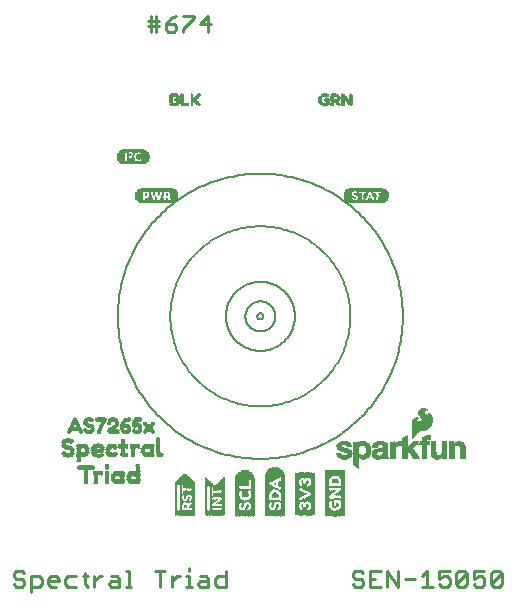
<source format=gto>
G75*
%MOIN*%
%OFA0B0*%
%FSLAX25Y25*%
%IPPOS*%
%LPD*%
%AMOC8*
5,1,8,0,0,1.08239X$1,22.5*
%
%ADD10C,0.00800*%
%ADD11C,0.00900*%
%ADD12R,0.07205X0.00118*%
%ADD13R,0.07913X0.00118*%
%ADD14R,0.08386X0.00079*%
%ADD15R,0.08858X0.00157*%
%ADD16R,0.09094X0.00118*%
%ADD17R,0.09331X0.00118*%
%ADD18R,0.09567X0.00079*%
%ADD19R,0.03661X0.00118*%
%ADD20R,0.02126X0.00118*%
%ADD21R,0.02953X0.00118*%
%ADD22R,0.02244X0.00157*%
%ADD23R,0.00591X0.00157*%
%ADD24R,0.01535X0.00157*%
%ADD25R,0.02598X0.00157*%
%ADD26R,0.02244X0.00118*%
%ADD27R,0.00472X0.00118*%
%ADD28R,0.01181X0.00118*%
%ADD29R,0.02362X0.00118*%
%ADD30R,0.00945X0.00118*%
%ADD31R,0.00354X0.00118*%
%ADD32R,0.00827X0.00118*%
%ADD33R,0.02480X0.00157*%
%ADD34R,0.00354X0.00157*%
%ADD35R,0.00236X0.00157*%
%ADD36R,0.02480X0.00118*%
%ADD37R,0.02598X0.00118*%
%ADD38R,0.01063X0.00118*%
%ADD39R,0.02835X0.00118*%
%ADD40R,0.00472X0.00157*%
%ADD41R,0.04252X0.00157*%
%ADD42R,0.04370X0.00118*%
%ADD43R,0.00591X0.00118*%
%ADD44R,0.04488X0.00118*%
%ADD45R,0.00709X0.00157*%
%ADD46R,0.04488X0.00157*%
%ADD47R,0.00236X0.00118*%
%ADD48R,0.00118X0.00118*%
%ADD49R,0.00118X0.00157*%
%ADD50R,0.04370X0.00157*%
%ADD51R,0.04252X0.00118*%
%ADD52R,0.02717X0.00118*%
%ADD53R,0.03071X0.00157*%
%ADD54R,0.03425X0.00118*%
%ADD55R,0.09567X0.00118*%
%ADD56R,0.08858X0.00118*%
%ADD57R,0.08386X0.00118*%
%ADD58R,0.10748X0.00118*%
%ADD59R,0.11457X0.00118*%
%ADD60R,0.11929X0.00079*%
%ADD61R,0.12402X0.00157*%
%ADD62R,0.12638X0.00118*%
%ADD63R,0.12874X0.00118*%
%ADD64R,0.13110X0.00079*%
%ADD65R,0.04961X0.00118*%
%ADD66R,0.03071X0.00118*%
%ADD67R,0.05079X0.00118*%
%ADD68R,0.00945X0.00157*%
%ADD69R,0.01181X0.00157*%
%ADD70R,0.02835X0.00157*%
%ADD71R,0.00709X0.00118*%
%ADD72R,0.00827X0.00157*%
%ADD73R,0.01299X0.00118*%
%ADD74R,0.01654X0.00118*%
%ADD75R,0.01063X0.00157*%
%ADD76R,0.02126X0.00157*%
%ADD77R,0.01417X0.00118*%
%ADD78R,0.13110X0.00118*%
%ADD79R,0.12402X0.00118*%
%ADD80R,0.11929X0.00118*%
%ADD81R,0.00197X0.00197*%
%ADD82R,0.01378X0.00197*%
%ADD83R,0.02756X0.00197*%
%ADD84R,0.01181X0.00197*%
%ADD85R,0.00394X0.00197*%
%ADD86R,0.02165X0.00197*%
%ADD87R,0.00984X0.00197*%
%ADD88R,0.02362X0.00197*%
%ADD89R,0.03740X0.00197*%
%ADD90R,0.01969X0.00197*%
%ADD91R,0.01772X0.00197*%
%ADD92R,0.02559X0.00197*%
%ADD93R,0.02953X0.00197*%
%ADD94R,0.03150X0.00197*%
%ADD95R,0.01575X0.00197*%
%ADD96R,0.03346X0.00197*%
%ADD97R,0.03543X0.00197*%
%ADD98R,0.00591X0.00197*%
%ADD99R,0.00787X0.00197*%
%ADD100R,0.01575X0.00236*%
%ADD101R,0.01378X0.00236*%
%ADD102R,0.02559X0.00236*%
%ADD103R,0.01969X0.00236*%
%ADD104R,0.03543X0.00236*%
%ADD105R,0.03150X0.00236*%
%ADD106R,0.02756X0.00236*%
%ADD107R,0.03937X0.00197*%
%ADD108R,0.04134X0.00197*%
%ADD109R,0.04331X0.00197*%
%ADD110R,0.04528X0.00197*%
%ADD111R,0.04724X0.00236*%
%ADD112R,0.03346X0.00236*%
%ADD113R,0.01181X0.00236*%
%ADD114R,0.00984X0.00236*%
%ADD115R,0.04921X0.00197*%
%ADD116R,0.05315X0.00197*%
%ADD117R,0.03937X0.00236*%
%ADD118R,0.02362X0.00236*%
%ADD119R,0.00945X0.00236*%
%ADD120R,0.01654X0.00236*%
%ADD121R,0.01417X0.00236*%
%ADD122R,0.02598X0.00236*%
%ADD123R,0.00709X0.00236*%
%ADD124R,0.03307X0.00236*%
%ADD125R,0.03780X0.00236*%
%ADD126R,0.04016X0.00236*%
%ADD127R,0.01890X0.00236*%
%ADD128R,0.00472X0.00236*%
%ADD129R,0.03071X0.00236*%
%ADD130R,0.02835X0.00236*%
%ADD131R,0.04252X0.00236*%
%ADD132R,0.04488X0.00236*%
%ADD133R,0.02126X0.00236*%
%ADD134R,0.00236X0.00236*%
%ADD135R,0.12165X0.00118*%
%ADD136R,0.12638X0.00079*%
%ADD137R,0.13110X0.00157*%
%ADD138R,0.13346X0.00118*%
%ADD139R,0.13583X0.00118*%
%ADD140R,0.13819X0.00079*%
%ADD141R,0.10630X0.00118*%
%ADD142R,0.02008X0.00118*%
%ADD143R,0.02362X0.00157*%
%ADD144R,0.01535X0.00118*%
%ADD145R,0.03543X0.00118*%
%ADD146R,0.01299X0.00157*%
%ADD147R,0.03543X0.00157*%
%ADD148R,0.01772X0.00118*%
%ADD149R,0.02717X0.00157*%
%ADD150R,0.03189X0.00118*%
%ADD151R,0.03898X0.00157*%
%ADD152R,0.03425X0.00157*%
%ADD153R,0.03307X0.00118*%
%ADD154R,0.01417X0.00157*%
%ADD155R,0.01654X0.00157*%
%ADD156R,0.03189X0.00157*%
%ADD157R,0.13819X0.00118*%
%ADD158R,0.04961X0.00236*%
%ADD159R,0.05906X0.00236*%
%ADD160R,0.05433X0.00236*%
%ADD161R,0.01732X0.00157*%
%ADD162R,0.00157X0.00157*%
%ADD163R,0.00315X0.00157*%
%ADD164R,0.02520X0.00157*%
%ADD165R,0.00787X0.00157*%
%ADD166R,0.01102X0.00157*%
%ADD167R,0.02992X0.00157*%
%ADD168R,0.01260X0.00157*%
%ADD169R,0.03150X0.00157*%
%ADD170R,0.01575X0.00157*%
%ADD171R,0.02205X0.00157*%
%ADD172R,0.02047X0.00157*%
%ADD173R,0.01890X0.00157*%
%ADD174R,0.03307X0.00157*%
%ADD175R,0.02677X0.00157*%
%ADD176R,0.00630X0.00157*%
%ADD177R,0.03465X0.00157*%
%ADD178R,0.00157X0.15276*%
%ADD179R,0.00157X0.03307*%
%ADD180R,0.00157X0.11024*%
%ADD181R,0.00157X0.02992*%
%ADD182R,0.00157X0.01260*%
%ADD183R,0.00157X0.01890*%
%ADD184R,0.00157X0.00630*%
%ADD185R,0.00157X0.02677*%
%ADD186R,0.00157X0.00787*%
%ADD187R,0.00157X0.01575*%
%ADD188R,0.00157X0.00472*%
%ADD189R,0.00157X0.02520*%
%ADD190R,0.00157X0.01417*%
%ADD191R,0.00157X0.02205*%
%ADD192R,0.00157X0.02362*%
%ADD193R,0.00157X0.02047*%
%ADD194R,0.00157X0.01102*%
%ADD195R,0.00157X0.00945*%
%ADD196R,0.00157X0.02835*%
%ADD197R,0.00157X0.01732*%
%ADD198R,0.00157X0.00315*%
%ADD199R,0.00157X0.03150*%
%ADD200R,0.00157X0.14331*%
%ADD201R,0.00157X0.07087*%
%ADD202R,0.00157X0.03465*%
%ADD203R,0.00157X0.13858*%
%ADD204R,0.00157X0.14646*%
%ADD205R,0.00157X0.14961*%
%ADD206R,0.00157X0.15118*%
%ADD207R,0.00157X0.15433*%
%ADD208R,0.00157X0.11969*%
%ADD209R,0.00157X0.04567*%
%ADD210R,0.00157X0.04409*%
%ADD211R,0.00157X0.04252*%
%ADD212R,0.00157X0.04094*%
%ADD213R,0.00157X0.03937*%
%ADD214R,0.00157X0.03780*%
%ADD215R,0.00157X0.12913*%
%ADD216R,0.00157X0.13386*%
%ADD217R,0.00157X0.13701*%
%ADD218R,0.00157X0.14016*%
%ADD219R,0.00157X0.14173*%
%ADD220R,0.00157X0.14488*%
%ADD221R,0.00157X0.04882*%
%ADD222R,0.00157X0.05039*%
%ADD223R,0.00157X0.05197*%
%ADD224R,0.00157X0.03622*%
%ADD225R,0.00157X0.12756*%
%ADD226R,0.00157X0.12598*%
%ADD227R,0.00157X0.12441*%
%ADD228R,0.00157X0.12283*%
%ADD229R,0.00157X0.11181*%
%ADD230R,0.00157X0.10866*%
%ADD231R,0.00157X0.10709*%
%ADD232R,0.00157X0.12126*%
%ADD233R,0.00157X0.11496*%
%ADD234R,0.00157X0.11654*%
%ADD235R,0.00157X0.13071*%
%ADD236R,0.00157X0.13228*%
%ADD237R,0.00157X0.11811*%
%ADD238C,0.00300*%
D10*
X0063905Y0200000D02*
X0063919Y0201166D01*
X0063962Y0202331D01*
X0064034Y0203495D01*
X0064134Y0204656D01*
X0064262Y0205815D01*
X0064419Y0206970D01*
X0064604Y0208121D01*
X0064818Y0209267D01*
X0065059Y0210408D01*
X0065329Y0211542D01*
X0065626Y0212670D01*
X0065950Y0213789D01*
X0066303Y0214901D01*
X0066682Y0216003D01*
X0067088Y0217096D01*
X0067521Y0218179D01*
X0067980Y0219250D01*
X0068466Y0220310D01*
X0068977Y0221358D01*
X0069514Y0222393D01*
X0070076Y0223414D01*
X0070663Y0224421D01*
X0071275Y0225414D01*
X0071911Y0226391D01*
X0072570Y0227353D01*
X0073253Y0228298D01*
X0073959Y0229225D01*
X0074688Y0230136D01*
X0075438Y0231028D01*
X0076211Y0231901D01*
X0077004Y0232755D01*
X0077818Y0233590D01*
X0078653Y0234404D01*
X0079507Y0235197D01*
X0080380Y0235970D01*
X0081272Y0236720D01*
X0082183Y0237449D01*
X0083110Y0238155D01*
X0084055Y0238838D01*
X0085017Y0239497D01*
X0085994Y0240133D01*
X0086987Y0240745D01*
X0087994Y0241332D01*
X0089015Y0241894D01*
X0090050Y0242431D01*
X0091098Y0242942D01*
X0092158Y0243428D01*
X0093229Y0243887D01*
X0094312Y0244320D01*
X0095405Y0244726D01*
X0096507Y0245105D01*
X0097619Y0245458D01*
X0098738Y0245782D01*
X0099866Y0246079D01*
X0101000Y0246349D01*
X0102141Y0246590D01*
X0103287Y0246804D01*
X0104438Y0246989D01*
X0105593Y0247146D01*
X0106752Y0247274D01*
X0107913Y0247374D01*
X0109077Y0247446D01*
X0110242Y0247489D01*
X0111408Y0247503D01*
X0112574Y0247489D01*
X0113739Y0247446D01*
X0114903Y0247374D01*
X0116064Y0247274D01*
X0117223Y0247146D01*
X0118378Y0246989D01*
X0119529Y0246804D01*
X0120675Y0246590D01*
X0121816Y0246349D01*
X0122950Y0246079D01*
X0124078Y0245782D01*
X0125197Y0245458D01*
X0126309Y0245105D01*
X0127411Y0244726D01*
X0128504Y0244320D01*
X0129587Y0243887D01*
X0130658Y0243428D01*
X0131718Y0242942D01*
X0132766Y0242431D01*
X0133801Y0241894D01*
X0134822Y0241332D01*
X0135829Y0240745D01*
X0136822Y0240133D01*
X0137799Y0239497D01*
X0138761Y0238838D01*
X0139706Y0238155D01*
X0140633Y0237449D01*
X0141544Y0236720D01*
X0142436Y0235970D01*
X0143309Y0235197D01*
X0144163Y0234404D01*
X0144998Y0233590D01*
X0145812Y0232755D01*
X0146605Y0231901D01*
X0147378Y0231028D01*
X0148128Y0230136D01*
X0148857Y0229225D01*
X0149563Y0228298D01*
X0150246Y0227353D01*
X0150905Y0226391D01*
X0151541Y0225414D01*
X0152153Y0224421D01*
X0152740Y0223414D01*
X0153302Y0222393D01*
X0153839Y0221358D01*
X0154350Y0220310D01*
X0154836Y0219250D01*
X0155295Y0218179D01*
X0155728Y0217096D01*
X0156134Y0216003D01*
X0156513Y0214901D01*
X0156866Y0213789D01*
X0157190Y0212670D01*
X0157487Y0211542D01*
X0157757Y0210408D01*
X0157998Y0209267D01*
X0158212Y0208121D01*
X0158397Y0206970D01*
X0158554Y0205815D01*
X0158682Y0204656D01*
X0158782Y0203495D01*
X0158854Y0202331D01*
X0158897Y0201166D01*
X0158911Y0200000D01*
X0158897Y0198834D01*
X0158854Y0197669D01*
X0158782Y0196505D01*
X0158682Y0195344D01*
X0158554Y0194185D01*
X0158397Y0193030D01*
X0158212Y0191879D01*
X0157998Y0190733D01*
X0157757Y0189592D01*
X0157487Y0188458D01*
X0157190Y0187330D01*
X0156866Y0186211D01*
X0156513Y0185099D01*
X0156134Y0183997D01*
X0155728Y0182904D01*
X0155295Y0181821D01*
X0154836Y0180750D01*
X0154350Y0179690D01*
X0153839Y0178642D01*
X0153302Y0177607D01*
X0152740Y0176586D01*
X0152153Y0175579D01*
X0151541Y0174586D01*
X0150905Y0173609D01*
X0150246Y0172647D01*
X0149563Y0171702D01*
X0148857Y0170775D01*
X0148128Y0169864D01*
X0147378Y0168972D01*
X0146605Y0168099D01*
X0145812Y0167245D01*
X0144998Y0166410D01*
X0144163Y0165596D01*
X0143309Y0164803D01*
X0142436Y0164030D01*
X0141544Y0163280D01*
X0140633Y0162551D01*
X0139706Y0161845D01*
X0138761Y0161162D01*
X0137799Y0160503D01*
X0136822Y0159867D01*
X0135829Y0159255D01*
X0134822Y0158668D01*
X0133801Y0158106D01*
X0132766Y0157569D01*
X0131718Y0157058D01*
X0130658Y0156572D01*
X0129587Y0156113D01*
X0128504Y0155680D01*
X0127411Y0155274D01*
X0126309Y0154895D01*
X0125197Y0154542D01*
X0124078Y0154218D01*
X0122950Y0153921D01*
X0121816Y0153651D01*
X0120675Y0153410D01*
X0119529Y0153196D01*
X0118378Y0153011D01*
X0117223Y0152854D01*
X0116064Y0152726D01*
X0114903Y0152626D01*
X0113739Y0152554D01*
X0112574Y0152511D01*
X0111408Y0152497D01*
X0110242Y0152511D01*
X0109077Y0152554D01*
X0107913Y0152626D01*
X0106752Y0152726D01*
X0105593Y0152854D01*
X0104438Y0153011D01*
X0103287Y0153196D01*
X0102141Y0153410D01*
X0101000Y0153651D01*
X0099866Y0153921D01*
X0098738Y0154218D01*
X0097619Y0154542D01*
X0096507Y0154895D01*
X0095405Y0155274D01*
X0094312Y0155680D01*
X0093229Y0156113D01*
X0092158Y0156572D01*
X0091098Y0157058D01*
X0090050Y0157569D01*
X0089015Y0158106D01*
X0087994Y0158668D01*
X0086987Y0159255D01*
X0085994Y0159867D01*
X0085017Y0160503D01*
X0084055Y0161162D01*
X0083110Y0161845D01*
X0082183Y0162551D01*
X0081272Y0163280D01*
X0080380Y0164030D01*
X0079507Y0164803D01*
X0078653Y0165596D01*
X0077818Y0166410D01*
X0077004Y0167245D01*
X0076211Y0168099D01*
X0075438Y0168972D01*
X0074688Y0169864D01*
X0073959Y0170775D01*
X0073253Y0171702D01*
X0072570Y0172647D01*
X0071911Y0173609D01*
X0071275Y0174586D01*
X0070663Y0175579D01*
X0070076Y0176586D01*
X0069514Y0177607D01*
X0068977Y0178642D01*
X0068466Y0179690D01*
X0067980Y0180750D01*
X0067521Y0181821D01*
X0067088Y0182904D01*
X0066682Y0183997D01*
X0066303Y0185099D01*
X0065950Y0186211D01*
X0065626Y0187330D01*
X0065329Y0188458D01*
X0065059Y0189592D01*
X0064818Y0190733D01*
X0064604Y0191879D01*
X0064419Y0193030D01*
X0064262Y0194185D01*
X0064134Y0195344D01*
X0064034Y0196505D01*
X0063962Y0197669D01*
X0063919Y0198834D01*
X0063905Y0200000D01*
X0099908Y0200000D02*
X0099911Y0200282D01*
X0099922Y0200564D01*
X0099939Y0200846D01*
X0099963Y0201127D01*
X0099994Y0201408D01*
X0100032Y0201687D01*
X0100077Y0201966D01*
X0100129Y0202244D01*
X0100187Y0202520D01*
X0100253Y0202794D01*
X0100325Y0203067D01*
X0100403Y0203338D01*
X0100488Y0203607D01*
X0100580Y0203874D01*
X0100679Y0204139D01*
X0100783Y0204401D01*
X0100895Y0204660D01*
X0101012Y0204917D01*
X0101136Y0205171D01*
X0101266Y0205421D01*
X0101402Y0205668D01*
X0101544Y0205912D01*
X0101692Y0206152D01*
X0101846Y0206389D01*
X0102006Y0206622D01*
X0102171Y0206851D01*
X0102342Y0207075D01*
X0102518Y0207296D01*
X0102700Y0207511D01*
X0102887Y0207723D01*
X0103079Y0207930D01*
X0103276Y0208132D01*
X0103478Y0208329D01*
X0103685Y0208521D01*
X0103897Y0208708D01*
X0104112Y0208890D01*
X0104333Y0209066D01*
X0104557Y0209237D01*
X0104786Y0209402D01*
X0105019Y0209562D01*
X0105256Y0209716D01*
X0105496Y0209864D01*
X0105740Y0210006D01*
X0105987Y0210142D01*
X0106237Y0210272D01*
X0106491Y0210396D01*
X0106748Y0210513D01*
X0107007Y0210625D01*
X0107269Y0210729D01*
X0107534Y0210828D01*
X0107801Y0210920D01*
X0108070Y0211005D01*
X0108341Y0211083D01*
X0108614Y0211155D01*
X0108888Y0211221D01*
X0109164Y0211279D01*
X0109442Y0211331D01*
X0109721Y0211376D01*
X0110000Y0211414D01*
X0110281Y0211445D01*
X0110562Y0211469D01*
X0110844Y0211486D01*
X0111126Y0211497D01*
X0111408Y0211500D01*
X0111690Y0211497D01*
X0111972Y0211486D01*
X0112254Y0211469D01*
X0112535Y0211445D01*
X0112816Y0211414D01*
X0113095Y0211376D01*
X0113374Y0211331D01*
X0113652Y0211279D01*
X0113928Y0211221D01*
X0114202Y0211155D01*
X0114475Y0211083D01*
X0114746Y0211005D01*
X0115015Y0210920D01*
X0115282Y0210828D01*
X0115547Y0210729D01*
X0115809Y0210625D01*
X0116068Y0210513D01*
X0116325Y0210396D01*
X0116579Y0210272D01*
X0116829Y0210142D01*
X0117076Y0210006D01*
X0117320Y0209864D01*
X0117560Y0209716D01*
X0117797Y0209562D01*
X0118030Y0209402D01*
X0118259Y0209237D01*
X0118483Y0209066D01*
X0118704Y0208890D01*
X0118919Y0208708D01*
X0119131Y0208521D01*
X0119338Y0208329D01*
X0119540Y0208132D01*
X0119737Y0207930D01*
X0119929Y0207723D01*
X0120116Y0207511D01*
X0120298Y0207296D01*
X0120474Y0207075D01*
X0120645Y0206851D01*
X0120810Y0206622D01*
X0120970Y0206389D01*
X0121124Y0206152D01*
X0121272Y0205912D01*
X0121414Y0205668D01*
X0121550Y0205421D01*
X0121680Y0205171D01*
X0121804Y0204917D01*
X0121921Y0204660D01*
X0122033Y0204401D01*
X0122137Y0204139D01*
X0122236Y0203874D01*
X0122328Y0203607D01*
X0122413Y0203338D01*
X0122491Y0203067D01*
X0122563Y0202794D01*
X0122629Y0202520D01*
X0122687Y0202244D01*
X0122739Y0201966D01*
X0122784Y0201687D01*
X0122822Y0201408D01*
X0122853Y0201127D01*
X0122877Y0200846D01*
X0122894Y0200564D01*
X0122905Y0200282D01*
X0122908Y0200000D01*
X0122905Y0199718D01*
X0122894Y0199436D01*
X0122877Y0199154D01*
X0122853Y0198873D01*
X0122822Y0198592D01*
X0122784Y0198313D01*
X0122739Y0198034D01*
X0122687Y0197756D01*
X0122629Y0197480D01*
X0122563Y0197206D01*
X0122491Y0196933D01*
X0122413Y0196662D01*
X0122328Y0196393D01*
X0122236Y0196126D01*
X0122137Y0195861D01*
X0122033Y0195599D01*
X0121921Y0195340D01*
X0121804Y0195083D01*
X0121680Y0194829D01*
X0121550Y0194579D01*
X0121414Y0194332D01*
X0121272Y0194088D01*
X0121124Y0193848D01*
X0120970Y0193611D01*
X0120810Y0193378D01*
X0120645Y0193149D01*
X0120474Y0192925D01*
X0120298Y0192704D01*
X0120116Y0192489D01*
X0119929Y0192277D01*
X0119737Y0192070D01*
X0119540Y0191868D01*
X0119338Y0191671D01*
X0119131Y0191479D01*
X0118919Y0191292D01*
X0118704Y0191110D01*
X0118483Y0190934D01*
X0118259Y0190763D01*
X0118030Y0190598D01*
X0117797Y0190438D01*
X0117560Y0190284D01*
X0117320Y0190136D01*
X0117076Y0189994D01*
X0116829Y0189858D01*
X0116579Y0189728D01*
X0116325Y0189604D01*
X0116068Y0189487D01*
X0115809Y0189375D01*
X0115547Y0189271D01*
X0115282Y0189172D01*
X0115015Y0189080D01*
X0114746Y0188995D01*
X0114475Y0188917D01*
X0114202Y0188845D01*
X0113928Y0188779D01*
X0113652Y0188721D01*
X0113374Y0188669D01*
X0113095Y0188624D01*
X0112816Y0188586D01*
X0112535Y0188555D01*
X0112254Y0188531D01*
X0111972Y0188514D01*
X0111690Y0188503D01*
X0111408Y0188500D01*
X0111126Y0188503D01*
X0110844Y0188514D01*
X0110562Y0188531D01*
X0110281Y0188555D01*
X0110000Y0188586D01*
X0109721Y0188624D01*
X0109442Y0188669D01*
X0109164Y0188721D01*
X0108888Y0188779D01*
X0108614Y0188845D01*
X0108341Y0188917D01*
X0108070Y0188995D01*
X0107801Y0189080D01*
X0107534Y0189172D01*
X0107269Y0189271D01*
X0107007Y0189375D01*
X0106748Y0189487D01*
X0106491Y0189604D01*
X0106237Y0189728D01*
X0105987Y0189858D01*
X0105740Y0189994D01*
X0105496Y0190136D01*
X0105256Y0190284D01*
X0105019Y0190438D01*
X0104786Y0190598D01*
X0104557Y0190763D01*
X0104333Y0190934D01*
X0104112Y0191110D01*
X0103897Y0191292D01*
X0103685Y0191479D01*
X0103478Y0191671D01*
X0103276Y0191868D01*
X0103079Y0192070D01*
X0102887Y0192277D01*
X0102700Y0192489D01*
X0102518Y0192704D01*
X0102342Y0192925D01*
X0102171Y0193149D01*
X0102006Y0193378D01*
X0101846Y0193611D01*
X0101692Y0193848D01*
X0101544Y0194088D01*
X0101402Y0194332D01*
X0101266Y0194579D01*
X0101136Y0194829D01*
X0101012Y0195083D01*
X0100895Y0195340D01*
X0100783Y0195599D01*
X0100679Y0195861D01*
X0100580Y0196126D01*
X0100488Y0196393D01*
X0100403Y0196662D01*
X0100325Y0196933D01*
X0100253Y0197206D01*
X0100187Y0197480D01*
X0100129Y0197756D01*
X0100077Y0198034D01*
X0100032Y0198313D01*
X0099994Y0198592D01*
X0099963Y0198873D01*
X0099939Y0199154D01*
X0099922Y0199436D01*
X0099911Y0199718D01*
X0099908Y0200000D01*
X0081408Y0200000D02*
X0081417Y0200736D01*
X0081444Y0201472D01*
X0081489Y0202207D01*
X0081552Y0202941D01*
X0081634Y0203672D01*
X0081733Y0204402D01*
X0081850Y0205129D01*
X0081984Y0205853D01*
X0082137Y0206573D01*
X0082307Y0207289D01*
X0082495Y0208001D01*
X0082700Y0208709D01*
X0082922Y0209410D01*
X0083162Y0210107D01*
X0083418Y0210797D01*
X0083692Y0211481D01*
X0083982Y0212157D01*
X0084288Y0212827D01*
X0084611Y0213488D01*
X0084950Y0214142D01*
X0085305Y0214787D01*
X0085676Y0215423D01*
X0086062Y0216050D01*
X0086464Y0216667D01*
X0086880Y0217274D01*
X0087312Y0217871D01*
X0087758Y0218457D01*
X0088218Y0219032D01*
X0088692Y0219595D01*
X0089179Y0220147D01*
X0089681Y0220686D01*
X0090195Y0221213D01*
X0090722Y0221727D01*
X0091261Y0222229D01*
X0091813Y0222716D01*
X0092376Y0223190D01*
X0092951Y0223650D01*
X0093537Y0224096D01*
X0094134Y0224528D01*
X0094741Y0224944D01*
X0095358Y0225346D01*
X0095985Y0225732D01*
X0096621Y0226103D01*
X0097266Y0226458D01*
X0097920Y0226797D01*
X0098581Y0227120D01*
X0099251Y0227426D01*
X0099927Y0227716D01*
X0100611Y0227990D01*
X0101301Y0228246D01*
X0101998Y0228486D01*
X0102699Y0228708D01*
X0103407Y0228913D01*
X0104119Y0229101D01*
X0104835Y0229271D01*
X0105555Y0229424D01*
X0106279Y0229558D01*
X0107006Y0229675D01*
X0107736Y0229774D01*
X0108467Y0229856D01*
X0109201Y0229919D01*
X0109936Y0229964D01*
X0110672Y0229991D01*
X0111408Y0230000D01*
X0112144Y0229991D01*
X0112880Y0229964D01*
X0113615Y0229919D01*
X0114349Y0229856D01*
X0115080Y0229774D01*
X0115810Y0229675D01*
X0116537Y0229558D01*
X0117261Y0229424D01*
X0117981Y0229271D01*
X0118697Y0229101D01*
X0119409Y0228913D01*
X0120117Y0228708D01*
X0120818Y0228486D01*
X0121515Y0228246D01*
X0122205Y0227990D01*
X0122889Y0227716D01*
X0123565Y0227426D01*
X0124235Y0227120D01*
X0124896Y0226797D01*
X0125550Y0226458D01*
X0126195Y0226103D01*
X0126831Y0225732D01*
X0127458Y0225346D01*
X0128075Y0224944D01*
X0128682Y0224528D01*
X0129279Y0224096D01*
X0129865Y0223650D01*
X0130440Y0223190D01*
X0131003Y0222716D01*
X0131555Y0222229D01*
X0132094Y0221727D01*
X0132621Y0221213D01*
X0133135Y0220686D01*
X0133637Y0220147D01*
X0134124Y0219595D01*
X0134598Y0219032D01*
X0135058Y0218457D01*
X0135504Y0217871D01*
X0135936Y0217274D01*
X0136352Y0216667D01*
X0136754Y0216050D01*
X0137140Y0215423D01*
X0137511Y0214787D01*
X0137866Y0214142D01*
X0138205Y0213488D01*
X0138528Y0212827D01*
X0138834Y0212157D01*
X0139124Y0211481D01*
X0139398Y0210797D01*
X0139654Y0210107D01*
X0139894Y0209410D01*
X0140116Y0208709D01*
X0140321Y0208001D01*
X0140509Y0207289D01*
X0140679Y0206573D01*
X0140832Y0205853D01*
X0140966Y0205129D01*
X0141083Y0204402D01*
X0141182Y0203672D01*
X0141264Y0202941D01*
X0141327Y0202207D01*
X0141372Y0201472D01*
X0141399Y0200736D01*
X0141408Y0200000D01*
X0141399Y0199264D01*
X0141372Y0198528D01*
X0141327Y0197793D01*
X0141264Y0197059D01*
X0141182Y0196328D01*
X0141083Y0195598D01*
X0140966Y0194871D01*
X0140832Y0194147D01*
X0140679Y0193427D01*
X0140509Y0192711D01*
X0140321Y0191999D01*
X0140116Y0191291D01*
X0139894Y0190590D01*
X0139654Y0189893D01*
X0139398Y0189203D01*
X0139124Y0188519D01*
X0138834Y0187843D01*
X0138528Y0187173D01*
X0138205Y0186512D01*
X0137866Y0185858D01*
X0137511Y0185213D01*
X0137140Y0184577D01*
X0136754Y0183950D01*
X0136352Y0183333D01*
X0135936Y0182726D01*
X0135504Y0182129D01*
X0135058Y0181543D01*
X0134598Y0180968D01*
X0134124Y0180405D01*
X0133637Y0179853D01*
X0133135Y0179314D01*
X0132621Y0178787D01*
X0132094Y0178273D01*
X0131555Y0177771D01*
X0131003Y0177284D01*
X0130440Y0176810D01*
X0129865Y0176350D01*
X0129279Y0175904D01*
X0128682Y0175472D01*
X0128075Y0175056D01*
X0127458Y0174654D01*
X0126831Y0174268D01*
X0126195Y0173897D01*
X0125550Y0173542D01*
X0124896Y0173203D01*
X0124235Y0172880D01*
X0123565Y0172574D01*
X0122889Y0172284D01*
X0122205Y0172010D01*
X0121515Y0171754D01*
X0120818Y0171514D01*
X0120117Y0171292D01*
X0119409Y0171087D01*
X0118697Y0170899D01*
X0117981Y0170729D01*
X0117261Y0170576D01*
X0116537Y0170442D01*
X0115810Y0170325D01*
X0115080Y0170226D01*
X0114349Y0170144D01*
X0113615Y0170081D01*
X0112880Y0170036D01*
X0112144Y0170009D01*
X0111408Y0170000D01*
X0110672Y0170009D01*
X0109936Y0170036D01*
X0109201Y0170081D01*
X0108467Y0170144D01*
X0107736Y0170226D01*
X0107006Y0170325D01*
X0106279Y0170442D01*
X0105555Y0170576D01*
X0104835Y0170729D01*
X0104119Y0170899D01*
X0103407Y0171087D01*
X0102699Y0171292D01*
X0101998Y0171514D01*
X0101301Y0171754D01*
X0100611Y0172010D01*
X0099927Y0172284D01*
X0099251Y0172574D01*
X0098581Y0172880D01*
X0097920Y0173203D01*
X0097266Y0173542D01*
X0096621Y0173897D01*
X0095985Y0174268D01*
X0095358Y0174654D01*
X0094741Y0175056D01*
X0094134Y0175472D01*
X0093537Y0175904D01*
X0092951Y0176350D01*
X0092376Y0176810D01*
X0091813Y0177284D01*
X0091261Y0177771D01*
X0090722Y0178273D01*
X0090195Y0178787D01*
X0089681Y0179314D01*
X0089179Y0179853D01*
X0088692Y0180405D01*
X0088218Y0180968D01*
X0087758Y0181543D01*
X0087312Y0182129D01*
X0086880Y0182726D01*
X0086464Y0183333D01*
X0086062Y0183950D01*
X0085676Y0184577D01*
X0085305Y0185213D01*
X0084950Y0185858D01*
X0084611Y0186512D01*
X0084288Y0187173D01*
X0083982Y0187843D01*
X0083692Y0188519D01*
X0083418Y0189203D01*
X0083162Y0189893D01*
X0082922Y0190590D01*
X0082700Y0191291D01*
X0082495Y0191999D01*
X0082307Y0192711D01*
X0082137Y0193427D01*
X0081984Y0194147D01*
X0081850Y0194871D01*
X0081733Y0195598D01*
X0081634Y0196328D01*
X0081552Y0197059D01*
X0081489Y0197793D01*
X0081444Y0198528D01*
X0081417Y0199264D01*
X0081408Y0200000D01*
X0110408Y0200000D02*
X0110410Y0200063D01*
X0110416Y0200125D01*
X0110426Y0200187D01*
X0110439Y0200249D01*
X0110457Y0200309D01*
X0110478Y0200368D01*
X0110503Y0200426D01*
X0110532Y0200482D01*
X0110564Y0200536D01*
X0110599Y0200588D01*
X0110637Y0200637D01*
X0110679Y0200685D01*
X0110723Y0200729D01*
X0110771Y0200771D01*
X0110820Y0200809D01*
X0110872Y0200844D01*
X0110926Y0200876D01*
X0110982Y0200905D01*
X0111040Y0200930D01*
X0111099Y0200951D01*
X0111159Y0200969D01*
X0111221Y0200982D01*
X0111283Y0200992D01*
X0111345Y0200998D01*
X0111408Y0201000D01*
X0111471Y0200998D01*
X0111533Y0200992D01*
X0111595Y0200982D01*
X0111657Y0200969D01*
X0111717Y0200951D01*
X0111776Y0200930D01*
X0111834Y0200905D01*
X0111890Y0200876D01*
X0111944Y0200844D01*
X0111996Y0200809D01*
X0112045Y0200771D01*
X0112093Y0200729D01*
X0112137Y0200685D01*
X0112179Y0200637D01*
X0112217Y0200588D01*
X0112252Y0200536D01*
X0112284Y0200482D01*
X0112313Y0200426D01*
X0112338Y0200368D01*
X0112359Y0200309D01*
X0112377Y0200249D01*
X0112390Y0200187D01*
X0112400Y0200125D01*
X0112406Y0200063D01*
X0112408Y0200000D01*
X0112406Y0199937D01*
X0112400Y0199875D01*
X0112390Y0199813D01*
X0112377Y0199751D01*
X0112359Y0199691D01*
X0112338Y0199632D01*
X0112313Y0199574D01*
X0112284Y0199518D01*
X0112252Y0199464D01*
X0112217Y0199412D01*
X0112179Y0199363D01*
X0112137Y0199315D01*
X0112093Y0199271D01*
X0112045Y0199229D01*
X0111996Y0199191D01*
X0111944Y0199156D01*
X0111890Y0199124D01*
X0111834Y0199095D01*
X0111776Y0199070D01*
X0111717Y0199049D01*
X0111657Y0199031D01*
X0111595Y0199018D01*
X0111533Y0199008D01*
X0111471Y0199002D01*
X0111408Y0199000D01*
X0111345Y0199002D01*
X0111283Y0199008D01*
X0111221Y0199018D01*
X0111159Y0199031D01*
X0111099Y0199049D01*
X0111040Y0199070D01*
X0110982Y0199095D01*
X0110926Y0199124D01*
X0110872Y0199156D01*
X0110820Y0199191D01*
X0110771Y0199229D01*
X0110723Y0199271D01*
X0110679Y0199315D01*
X0110637Y0199363D01*
X0110599Y0199412D01*
X0110564Y0199464D01*
X0110532Y0199518D01*
X0110503Y0199574D01*
X0110478Y0199632D01*
X0110457Y0199691D01*
X0110439Y0199751D01*
X0110426Y0199813D01*
X0110416Y0199875D01*
X0110410Y0199937D01*
X0110408Y0200000D01*
X0106408Y0200000D02*
X0106410Y0200141D01*
X0106416Y0200282D01*
X0106426Y0200422D01*
X0106440Y0200562D01*
X0106458Y0200702D01*
X0106479Y0200841D01*
X0106505Y0200980D01*
X0106534Y0201118D01*
X0106568Y0201254D01*
X0106605Y0201390D01*
X0106646Y0201525D01*
X0106691Y0201659D01*
X0106740Y0201791D01*
X0106792Y0201922D01*
X0106848Y0202051D01*
X0106908Y0202178D01*
X0106971Y0202304D01*
X0107037Y0202428D01*
X0107108Y0202551D01*
X0107181Y0202671D01*
X0107258Y0202789D01*
X0107338Y0202905D01*
X0107422Y0203018D01*
X0107508Y0203129D01*
X0107598Y0203238D01*
X0107691Y0203344D01*
X0107786Y0203447D01*
X0107885Y0203548D01*
X0107986Y0203646D01*
X0108090Y0203741D01*
X0108197Y0203833D01*
X0108306Y0203922D01*
X0108418Y0204007D01*
X0108532Y0204090D01*
X0108648Y0204170D01*
X0108767Y0204246D01*
X0108888Y0204318D01*
X0109010Y0204388D01*
X0109135Y0204453D01*
X0109261Y0204516D01*
X0109389Y0204574D01*
X0109519Y0204629D01*
X0109650Y0204681D01*
X0109783Y0204728D01*
X0109917Y0204772D01*
X0110052Y0204813D01*
X0110188Y0204849D01*
X0110325Y0204881D01*
X0110463Y0204910D01*
X0110601Y0204935D01*
X0110741Y0204955D01*
X0110881Y0204972D01*
X0111021Y0204985D01*
X0111162Y0204994D01*
X0111302Y0204999D01*
X0111443Y0205000D01*
X0111584Y0204997D01*
X0111725Y0204990D01*
X0111865Y0204979D01*
X0112005Y0204964D01*
X0112145Y0204945D01*
X0112284Y0204923D01*
X0112422Y0204896D01*
X0112560Y0204866D01*
X0112696Y0204831D01*
X0112832Y0204793D01*
X0112966Y0204751D01*
X0113100Y0204705D01*
X0113232Y0204656D01*
X0113362Y0204602D01*
X0113491Y0204545D01*
X0113618Y0204485D01*
X0113744Y0204421D01*
X0113867Y0204353D01*
X0113989Y0204282D01*
X0114109Y0204208D01*
X0114226Y0204130D01*
X0114341Y0204049D01*
X0114454Y0203965D01*
X0114565Y0203878D01*
X0114673Y0203787D01*
X0114778Y0203694D01*
X0114881Y0203597D01*
X0114981Y0203498D01*
X0115078Y0203396D01*
X0115172Y0203291D01*
X0115263Y0203184D01*
X0115351Y0203074D01*
X0115436Y0202962D01*
X0115518Y0202847D01*
X0115597Y0202730D01*
X0115672Y0202611D01*
X0115744Y0202490D01*
X0115812Y0202367D01*
X0115877Y0202242D01*
X0115939Y0202115D01*
X0115996Y0201986D01*
X0116051Y0201856D01*
X0116101Y0201725D01*
X0116148Y0201592D01*
X0116191Y0201458D01*
X0116230Y0201322D01*
X0116265Y0201186D01*
X0116297Y0201049D01*
X0116324Y0200911D01*
X0116348Y0200772D01*
X0116368Y0200632D01*
X0116384Y0200492D01*
X0116396Y0200352D01*
X0116404Y0200211D01*
X0116408Y0200070D01*
X0116408Y0199930D01*
X0116404Y0199789D01*
X0116396Y0199648D01*
X0116384Y0199508D01*
X0116368Y0199368D01*
X0116348Y0199228D01*
X0116324Y0199089D01*
X0116297Y0198951D01*
X0116265Y0198814D01*
X0116230Y0198678D01*
X0116191Y0198542D01*
X0116148Y0198408D01*
X0116101Y0198275D01*
X0116051Y0198144D01*
X0115996Y0198014D01*
X0115939Y0197885D01*
X0115877Y0197758D01*
X0115812Y0197633D01*
X0115744Y0197510D01*
X0115672Y0197389D01*
X0115597Y0197270D01*
X0115518Y0197153D01*
X0115436Y0197038D01*
X0115351Y0196926D01*
X0115263Y0196816D01*
X0115172Y0196709D01*
X0115078Y0196604D01*
X0114981Y0196502D01*
X0114881Y0196403D01*
X0114778Y0196306D01*
X0114673Y0196213D01*
X0114565Y0196122D01*
X0114454Y0196035D01*
X0114341Y0195951D01*
X0114226Y0195870D01*
X0114109Y0195792D01*
X0113989Y0195718D01*
X0113867Y0195647D01*
X0113744Y0195579D01*
X0113618Y0195515D01*
X0113491Y0195455D01*
X0113362Y0195398D01*
X0113232Y0195344D01*
X0113100Y0195295D01*
X0112966Y0195249D01*
X0112832Y0195207D01*
X0112696Y0195169D01*
X0112560Y0195134D01*
X0112422Y0195104D01*
X0112284Y0195077D01*
X0112145Y0195055D01*
X0112005Y0195036D01*
X0111865Y0195021D01*
X0111725Y0195010D01*
X0111584Y0195003D01*
X0111443Y0195000D01*
X0111302Y0195001D01*
X0111162Y0195006D01*
X0111021Y0195015D01*
X0110881Y0195028D01*
X0110741Y0195045D01*
X0110601Y0195065D01*
X0110463Y0195090D01*
X0110325Y0195119D01*
X0110188Y0195151D01*
X0110052Y0195187D01*
X0109917Y0195228D01*
X0109783Y0195272D01*
X0109650Y0195319D01*
X0109519Y0195371D01*
X0109389Y0195426D01*
X0109261Y0195484D01*
X0109135Y0195547D01*
X0109010Y0195612D01*
X0108888Y0195682D01*
X0108767Y0195754D01*
X0108648Y0195830D01*
X0108532Y0195910D01*
X0108418Y0195993D01*
X0108306Y0196078D01*
X0108197Y0196167D01*
X0108090Y0196259D01*
X0107986Y0196354D01*
X0107885Y0196452D01*
X0107786Y0196553D01*
X0107691Y0196656D01*
X0107598Y0196762D01*
X0107508Y0196871D01*
X0107422Y0196982D01*
X0107338Y0197095D01*
X0107258Y0197211D01*
X0107181Y0197329D01*
X0107108Y0197449D01*
X0107037Y0197572D01*
X0106971Y0197696D01*
X0106908Y0197822D01*
X0106848Y0197949D01*
X0106792Y0198078D01*
X0106740Y0198209D01*
X0106691Y0198341D01*
X0106646Y0198475D01*
X0106605Y0198610D01*
X0106568Y0198746D01*
X0106534Y0198882D01*
X0106505Y0199020D01*
X0106479Y0199159D01*
X0106458Y0199298D01*
X0106440Y0199438D01*
X0106426Y0199578D01*
X0106416Y0199718D01*
X0106410Y0199859D01*
X0106408Y0200000D01*
D11*
X0034915Y0113395D02*
X0034915Y0108040D01*
X0034915Y0109825D02*
X0037592Y0109825D01*
X0038485Y0110718D01*
X0038485Y0112502D01*
X0037592Y0113395D01*
X0034915Y0113395D01*
X0032730Y0114287D02*
X0031837Y0115180D01*
X0030052Y0115180D01*
X0029160Y0114287D01*
X0029160Y0113395D01*
X0030052Y0112502D01*
X0031837Y0112502D01*
X0032730Y0111610D01*
X0032730Y0110718D01*
X0031837Y0109825D01*
X0030052Y0109825D01*
X0029160Y0110718D01*
X0040670Y0110718D02*
X0040670Y0112502D01*
X0041562Y0113395D01*
X0043347Y0113395D01*
X0044239Y0112502D01*
X0044239Y0111610D01*
X0040670Y0111610D01*
X0040670Y0110718D02*
X0041562Y0109825D01*
X0043347Y0109825D01*
X0046425Y0110718D02*
X0047317Y0109825D01*
X0049994Y0109825D01*
X0053072Y0110718D02*
X0053964Y0109825D01*
X0053072Y0110718D02*
X0053072Y0114287D01*
X0052180Y0113395D02*
X0053964Y0113395D01*
X0056016Y0113395D02*
X0056016Y0109825D01*
X0056016Y0111610D02*
X0057801Y0113395D01*
X0058693Y0113395D01*
X0061704Y0113395D02*
X0063489Y0113395D01*
X0064382Y0112502D01*
X0064382Y0109825D01*
X0061704Y0109825D01*
X0060812Y0110718D01*
X0061704Y0111610D01*
X0064382Y0111610D01*
X0066567Y0109825D02*
X0068352Y0109825D01*
X0067459Y0109825D02*
X0067459Y0115180D01*
X0066567Y0115180D01*
X0076158Y0115180D02*
X0079728Y0115180D01*
X0077943Y0115180D02*
X0077943Y0109825D01*
X0081913Y0109825D02*
X0081913Y0113395D01*
X0081913Y0111610D02*
X0083698Y0113395D01*
X0084591Y0113395D01*
X0086709Y0113395D02*
X0087601Y0113395D01*
X0087601Y0109825D01*
X0086709Y0109825D02*
X0088494Y0109825D01*
X0090546Y0110718D02*
X0091438Y0111610D01*
X0094115Y0111610D01*
X0094115Y0112502D02*
X0094115Y0109825D01*
X0091438Y0109825D01*
X0090546Y0110718D01*
X0091438Y0113395D02*
X0093223Y0113395D01*
X0094115Y0112502D01*
X0096301Y0112502D02*
X0097193Y0113395D01*
X0099870Y0113395D01*
X0099870Y0115180D02*
X0099870Y0109825D01*
X0097193Y0109825D01*
X0096301Y0110718D01*
X0096301Y0112502D01*
X0087601Y0115180D02*
X0087601Y0116072D01*
X0049994Y0113395D02*
X0047317Y0113395D01*
X0046425Y0112502D01*
X0046425Y0110718D01*
X0142210Y0110718D02*
X0143103Y0109825D01*
X0144888Y0109825D01*
X0145780Y0110718D01*
X0145780Y0111610D01*
X0144888Y0112502D01*
X0143103Y0112502D01*
X0142210Y0113395D01*
X0142210Y0114287D01*
X0143103Y0115180D01*
X0144888Y0115180D01*
X0145780Y0114287D01*
X0147965Y0115180D02*
X0147965Y0109825D01*
X0151535Y0109825D01*
X0153720Y0109825D02*
X0153720Y0115180D01*
X0157290Y0109825D01*
X0157290Y0115180D01*
X0159475Y0112502D02*
X0163045Y0112502D01*
X0165230Y0113395D02*
X0167015Y0115180D01*
X0167015Y0109825D01*
X0165230Y0109825D02*
X0168800Y0109825D01*
X0170985Y0110718D02*
X0171877Y0109825D01*
X0173662Y0109825D01*
X0174555Y0110718D01*
X0174555Y0112502D01*
X0173662Y0113395D01*
X0172770Y0113395D01*
X0170985Y0112502D01*
X0170985Y0115180D01*
X0174555Y0115180D01*
X0176740Y0114287D02*
X0177632Y0115180D01*
X0179417Y0115180D01*
X0180310Y0114287D01*
X0176740Y0110718D01*
X0177632Y0109825D01*
X0179417Y0109825D01*
X0180310Y0110718D01*
X0180310Y0114287D01*
X0182495Y0115180D02*
X0182495Y0112502D01*
X0184280Y0113395D01*
X0185172Y0113395D01*
X0186064Y0112502D01*
X0186064Y0110718D01*
X0185172Y0109825D01*
X0183387Y0109825D01*
X0182495Y0110718D01*
X0188250Y0110718D02*
X0191819Y0114287D01*
X0191819Y0110718D01*
X0190927Y0109825D01*
X0189142Y0109825D01*
X0188250Y0110718D01*
X0188250Y0114287D01*
X0189142Y0115180D01*
X0190927Y0115180D01*
X0191819Y0114287D01*
X0186064Y0115180D02*
X0182495Y0115180D01*
X0176740Y0114287D02*
X0176740Y0110718D01*
X0151535Y0115180D02*
X0147965Y0115180D01*
X0147965Y0112502D02*
X0149750Y0112502D01*
X0094040Y0294825D02*
X0094040Y0300179D01*
X0091363Y0297502D01*
X0094932Y0297502D01*
X0089177Y0299287D02*
X0085608Y0295717D01*
X0085608Y0294825D01*
X0083423Y0295717D02*
X0083423Y0296610D01*
X0082530Y0297502D01*
X0079853Y0297502D01*
X0079853Y0295717D01*
X0080745Y0294825D01*
X0082530Y0294825D01*
X0083423Y0295717D01*
X0081638Y0299287D02*
X0079853Y0297502D01*
X0077668Y0296610D02*
X0074098Y0296610D01*
X0074098Y0298395D02*
X0076775Y0298395D01*
X0077668Y0298395D01*
X0076775Y0300179D02*
X0076775Y0294825D01*
X0074990Y0294825D02*
X0074990Y0300179D01*
X0081638Y0299287D02*
X0083423Y0300179D01*
X0085608Y0300179D02*
X0089177Y0300179D01*
X0089177Y0299287D01*
D12*
X0069018Y0255342D03*
X0069018Y0250657D03*
D13*
X0069018Y0250775D03*
X0069018Y0255224D03*
D14*
X0069018Y0255126D03*
D15*
X0069018Y0255008D03*
D16*
X0069018Y0254870D03*
X0069018Y0251090D03*
D17*
X0069018Y0251209D03*
X0069018Y0254752D03*
D18*
X0069018Y0254653D03*
D19*
X0065947Y0254555D03*
X0141093Y0239665D03*
D20*
X0152963Y0241201D03*
X0082518Y0238720D03*
X0069549Y0254555D03*
D21*
X0072443Y0254555D03*
X0140738Y0239862D03*
D22*
X0071120Y0238583D03*
X0071120Y0241417D03*
X0065120Y0251583D03*
X0065120Y0254417D03*
D23*
X0067246Y0254417D03*
X0069254Y0253945D03*
X0078797Y0240472D03*
X0147116Y0240945D03*
X0149715Y0239055D03*
D24*
X0146526Y0240472D03*
X0069372Y0254417D03*
D25*
X0072738Y0254417D03*
X0064943Y0253472D03*
X0064943Y0253000D03*
X0064943Y0252527D03*
X0070943Y0240472D03*
X0070943Y0240000D03*
X0070943Y0239527D03*
X0074250Y0238583D03*
X0082636Y0240000D03*
X0140561Y0240472D03*
X0140916Y0241417D03*
D26*
X0140620Y0238917D03*
X0143927Y0240335D03*
X0152904Y0241083D03*
X0082577Y0238917D03*
X0082577Y0238838D03*
X0082341Y0238445D03*
X0071238Y0238445D03*
X0071120Y0238720D03*
X0071120Y0241279D03*
X0072916Y0251720D03*
X0065238Y0251445D03*
X0065120Y0251720D03*
X0065120Y0254279D03*
D27*
X0067187Y0254279D03*
X0067187Y0254201D03*
X0068132Y0253807D03*
X0068132Y0253728D03*
X0068959Y0253216D03*
X0069195Y0253807D03*
X0067187Y0252390D03*
X0074486Y0241201D03*
X0074841Y0240138D03*
X0075904Y0240610D03*
X0076730Y0239390D03*
X0076730Y0239272D03*
X0077557Y0240335D03*
X0077557Y0240610D03*
X0078856Y0240610D03*
X0078856Y0240728D03*
X0078856Y0240807D03*
X0148002Y0239783D03*
X0148711Y0241083D03*
X0148593Y0241201D03*
X0148593Y0241279D03*
X0149774Y0238838D03*
X0149774Y0238720D03*
D28*
X0149419Y0240138D03*
X0149419Y0240216D03*
X0146349Y0239862D03*
X0146349Y0239783D03*
X0144459Y0239783D03*
X0144459Y0239862D03*
X0144459Y0238917D03*
X0144459Y0238838D03*
X0080274Y0238445D03*
X0078502Y0238720D03*
X0078502Y0238838D03*
X0069313Y0254279D03*
D29*
X0068132Y0252272D03*
X0065061Y0251917D03*
X0065061Y0251838D03*
X0065061Y0254083D03*
X0065061Y0254201D03*
X0072856Y0254279D03*
X0072975Y0254201D03*
X0072975Y0254083D03*
X0072975Y0251917D03*
X0072975Y0251838D03*
X0071061Y0241201D03*
X0071061Y0241083D03*
X0071061Y0238917D03*
X0071061Y0238838D03*
X0074132Y0239193D03*
X0140561Y0239193D03*
X0140679Y0238838D03*
X0140797Y0238720D03*
X0140561Y0240728D03*
X0140679Y0241083D03*
D30*
X0142805Y0239390D03*
X0146230Y0239390D03*
X0146230Y0239272D03*
X0146112Y0238445D03*
X0149538Y0239665D03*
X0149538Y0239783D03*
X0080274Y0240335D03*
X0080274Y0238720D03*
X0078620Y0239272D03*
X0078620Y0239390D03*
X0076730Y0238838D03*
X0076730Y0238720D03*
X0075904Y0241201D03*
X0075904Y0241279D03*
X0077557Y0241279D03*
X0077557Y0241201D03*
X0073423Y0240610D03*
X0073423Y0240335D03*
X0073423Y0240216D03*
X0069313Y0254201D03*
D31*
X0069136Y0253728D03*
X0069136Y0253610D03*
X0069018Y0253335D03*
X0069136Y0252390D03*
X0068073Y0253610D03*
X0067128Y0253610D03*
X0067128Y0253728D03*
X0067128Y0253807D03*
X0067128Y0254083D03*
X0067128Y0252862D03*
X0067128Y0252783D03*
X0067128Y0252665D03*
X0074545Y0241083D03*
X0074664Y0240807D03*
X0074782Y0240335D03*
X0074782Y0240216D03*
X0075845Y0240335D03*
X0078916Y0241083D03*
X0078916Y0241201D03*
X0078916Y0241279D03*
X0142864Y0240807D03*
X0143809Y0241279D03*
X0147943Y0239862D03*
D32*
X0149597Y0239390D03*
X0149715Y0238445D03*
X0146171Y0239193D03*
X0142864Y0239272D03*
X0080215Y0238917D03*
X0080215Y0238838D03*
X0080215Y0240138D03*
X0080215Y0240216D03*
X0080215Y0240610D03*
X0078679Y0239783D03*
X0078679Y0239665D03*
X0077498Y0241083D03*
X0075845Y0241083D03*
X0074782Y0239665D03*
X0073364Y0240138D03*
X0070790Y0253728D03*
X0069254Y0254083D03*
X0067364Y0253216D03*
D33*
X0068191Y0252055D03*
X0065002Y0252055D03*
X0065002Y0253945D03*
X0072797Y0251583D03*
X0073034Y0252055D03*
X0073034Y0253945D03*
X0071002Y0240945D03*
X0071002Y0239055D03*
X0074191Y0239055D03*
X0082577Y0239055D03*
X0082695Y0240472D03*
X0082577Y0240945D03*
X0140620Y0240945D03*
X0140856Y0238583D03*
X0143809Y0240472D03*
D34*
X0143927Y0240945D03*
X0078916Y0240945D03*
X0074782Y0240472D03*
X0067128Y0252527D03*
X0067128Y0253945D03*
D35*
X0068132Y0253945D03*
X0074604Y0240945D03*
X0077557Y0240000D03*
X0148002Y0240000D03*
D36*
X0143809Y0240610D03*
X0140856Y0241279D03*
X0140738Y0241201D03*
X0140620Y0240807D03*
X0140502Y0240610D03*
X0140620Y0239272D03*
X0082695Y0240138D03*
X0082695Y0240216D03*
X0082695Y0240335D03*
X0082695Y0240610D03*
X0082577Y0240728D03*
X0082577Y0240807D03*
X0082459Y0241083D03*
X0082577Y0239193D03*
X0074191Y0238917D03*
X0071002Y0239193D03*
X0071002Y0239272D03*
X0071002Y0240728D03*
X0071002Y0240807D03*
X0068191Y0252193D03*
X0065002Y0252193D03*
X0065002Y0252272D03*
X0065002Y0253728D03*
X0065002Y0253807D03*
X0073034Y0253807D03*
D37*
X0072975Y0253728D03*
X0072975Y0252193D03*
X0072620Y0251445D03*
X0068250Y0251917D03*
X0064943Y0252390D03*
X0064943Y0252665D03*
X0064943Y0252783D03*
X0064943Y0252862D03*
X0064943Y0253138D03*
X0064943Y0253216D03*
X0064943Y0253335D03*
X0064943Y0253610D03*
X0070943Y0240610D03*
X0070943Y0240335D03*
X0070943Y0240216D03*
X0070943Y0240138D03*
X0070943Y0239862D03*
X0070943Y0239783D03*
X0070943Y0239665D03*
X0070943Y0239390D03*
X0074250Y0238838D03*
X0074250Y0238720D03*
X0082518Y0239272D03*
X0082636Y0239862D03*
X0082400Y0241201D03*
X0082282Y0241279D03*
X0140561Y0240335D03*
X0140561Y0240216D03*
X0141034Y0238445D03*
D38*
X0144518Y0239193D03*
X0144518Y0239272D03*
X0144518Y0239390D03*
X0144518Y0239665D03*
X0146290Y0239665D03*
X0149479Y0239862D03*
X0078561Y0239193D03*
X0078561Y0238917D03*
X0070790Y0252272D03*
X0070790Y0253610D03*
X0067482Y0253335D03*
D39*
X0068368Y0251720D03*
X0072975Y0253610D03*
X0082518Y0239665D03*
X0074250Y0238445D03*
X0141152Y0241555D03*
D40*
X0143750Y0241417D03*
X0148711Y0240945D03*
X0149774Y0238583D03*
X0090872Y0274047D03*
X0069077Y0253472D03*
X0067896Y0253472D03*
X0067187Y0253472D03*
X0067187Y0253000D03*
X0074841Y0240000D03*
X0075904Y0240472D03*
X0076730Y0239527D03*
X0077557Y0240472D03*
X0078856Y0241417D03*
D41*
X0072266Y0253472D03*
D42*
X0072207Y0253335D03*
X0072207Y0253216D03*
X0072207Y0252665D03*
D43*
X0070790Y0252193D03*
X0068900Y0253138D03*
X0067246Y0253138D03*
X0074427Y0241279D03*
X0074782Y0239862D03*
X0075845Y0240728D03*
X0078797Y0240335D03*
X0078797Y0240216D03*
X0142864Y0239193D03*
X0147234Y0241083D03*
X0147234Y0241201D03*
X0149715Y0238917D03*
D44*
X0072148Y0252783D03*
X0072148Y0252862D03*
X0072148Y0253138D03*
D45*
X0068841Y0253000D03*
X0075904Y0240945D03*
X0077557Y0240945D03*
X0078738Y0240000D03*
X0080156Y0239055D03*
X0076730Y0239055D03*
X0146112Y0238583D03*
X0148593Y0241417D03*
D46*
X0072148Y0253000D03*
D47*
X0069077Y0252862D03*
X0074723Y0240728D03*
X0074723Y0240610D03*
X0075904Y0240216D03*
X0075904Y0240138D03*
X0076730Y0239862D03*
X0076730Y0239783D03*
X0076730Y0239665D03*
X0077557Y0240138D03*
X0077557Y0240216D03*
X0143868Y0241083D03*
X0143868Y0241201D03*
X0148002Y0240138D03*
D48*
X0069136Y0252665D03*
X0069136Y0252783D03*
D49*
X0069136Y0252527D03*
X0075845Y0240000D03*
D50*
X0072207Y0252527D03*
D51*
X0072266Y0252390D03*
D52*
X0072916Y0252272D03*
X0068309Y0251838D03*
X0082577Y0239783D03*
X0082577Y0239390D03*
X0140620Y0239390D03*
X0140620Y0240138D03*
D53*
X0068486Y0251583D03*
D54*
X0068545Y0251445D03*
X0152431Y0240807D03*
X0152431Y0240728D03*
X0152431Y0239272D03*
X0152431Y0239193D03*
D55*
X0069018Y0251327D03*
D56*
X0069018Y0251012D03*
D57*
X0069018Y0250894D03*
D58*
X0076790Y0242342D03*
X0076790Y0237657D03*
D59*
X0076790Y0237775D03*
X0076790Y0242224D03*
X0146762Y0242342D03*
X0146762Y0237657D03*
D60*
X0076790Y0242126D03*
D61*
X0076790Y0242008D03*
D62*
X0076790Y0241870D03*
X0076790Y0238090D03*
X0146762Y0237894D03*
D63*
X0076790Y0238209D03*
X0076790Y0241752D03*
D64*
X0076790Y0241653D03*
D65*
X0072597Y0241555D03*
D66*
X0076730Y0241555D03*
D67*
X0080923Y0241555D03*
D68*
X0080274Y0240472D03*
X0080274Y0238583D03*
X0074723Y0239527D03*
X0073423Y0240472D03*
X0074368Y0241417D03*
X0084022Y0271213D03*
X0084022Y0271370D03*
X0085439Y0273890D03*
X0088746Y0273890D03*
X0088746Y0273732D03*
X0088746Y0273575D03*
X0088746Y0273417D03*
X0088746Y0273260D03*
X0088746Y0273102D03*
X0088746Y0272945D03*
X0088746Y0272787D03*
X0088746Y0272630D03*
X0088746Y0271213D03*
X0088746Y0271055D03*
X0088746Y0270898D03*
X0088746Y0270740D03*
X0088746Y0270583D03*
X0088746Y0270425D03*
X0088746Y0270268D03*
X0088746Y0270110D03*
X0090951Y0270110D03*
X0137589Y0270110D03*
X0141526Y0270110D03*
X0141526Y0273732D03*
X0141526Y0273890D03*
X0147293Y0241417D03*
D69*
X0148002Y0239055D03*
X0078502Y0238583D03*
X0077557Y0241417D03*
X0075904Y0241417D03*
D70*
X0082164Y0241417D03*
X0082518Y0239527D03*
X0082604Y0270110D03*
X0082604Y0273732D03*
X0086384Y0269953D03*
X0132864Y0270268D03*
X0132864Y0273575D03*
X0136171Y0273575D03*
D71*
X0142923Y0240728D03*
X0146112Y0238917D03*
X0146112Y0238838D03*
X0146112Y0238720D03*
X0147293Y0241279D03*
X0149656Y0239272D03*
X0149656Y0239193D03*
X0080156Y0239193D03*
X0080156Y0240728D03*
X0078738Y0240138D03*
X0078738Y0239862D03*
X0077557Y0240728D03*
X0077557Y0240807D03*
X0075904Y0240807D03*
X0074841Y0239783D03*
X0073305Y0240728D03*
X0076730Y0239193D03*
X0076730Y0238917D03*
D72*
X0078679Y0239527D03*
X0146171Y0239055D03*
X0149597Y0239527D03*
D73*
X0149360Y0240335D03*
X0147943Y0238917D03*
X0146408Y0240138D03*
X0144400Y0238720D03*
X0076671Y0238445D03*
X0074664Y0239390D03*
D74*
X0074486Y0239272D03*
X0146585Y0240728D03*
X0146585Y0240807D03*
D75*
X0146290Y0239527D03*
X0144518Y0239527D03*
X0144518Y0239055D03*
X0149479Y0240000D03*
X0078561Y0239055D03*
X0076671Y0238583D03*
D76*
X0082518Y0238583D03*
X0152845Y0241417D03*
D77*
X0149301Y0240807D03*
X0149301Y0240728D03*
X0149301Y0240610D03*
X0148002Y0238838D03*
X0146467Y0240216D03*
X0146467Y0240335D03*
X0144341Y0240138D03*
X0144341Y0240728D03*
X0144341Y0240807D03*
X0078502Y0238445D03*
D78*
X0076790Y0238327D03*
X0146762Y0238012D03*
D79*
X0076790Y0238012D03*
D80*
X0076790Y0237894D03*
D81*
X0049593Y0166079D03*
X0069475Y0162693D03*
D82*
X0067703Y0162535D03*
X0067703Y0162338D03*
X0065341Y0162338D03*
X0065341Y0162535D03*
X0065538Y0164110D03*
X0065734Y0164307D03*
X0063569Y0164307D03*
X0063569Y0164504D03*
X0063569Y0164110D03*
X0063569Y0163913D03*
X0061207Y0164701D03*
X0061010Y0164504D03*
X0061010Y0164307D03*
X0061010Y0164110D03*
X0061010Y0163913D03*
X0059238Y0164701D03*
X0059041Y0164307D03*
X0058057Y0162535D03*
X0057860Y0162338D03*
X0057860Y0161905D03*
X0057664Y0161551D03*
X0057664Y0161354D03*
X0055498Y0162338D03*
X0055498Y0162535D03*
X0053136Y0164307D03*
X0052939Y0164504D03*
X0053136Y0164898D03*
X0054120Y0166079D03*
X0050577Y0163520D03*
X0048805Y0163716D03*
X0048608Y0163323D03*
X0047821Y0161709D03*
X0047821Y0161551D03*
X0047624Y0161354D03*
X0051561Y0161354D03*
X0051561Y0161551D03*
X0049593Y0165488D03*
X0069475Y0164701D03*
X0069475Y0164504D03*
X0071443Y0162693D03*
X0071443Y0162535D03*
X0071443Y0162338D03*
D83*
X0074297Y0162338D03*
X0070557Y0165882D03*
X0066817Y0165094D03*
X0066620Y0164898D03*
X0066227Y0163716D03*
X0066620Y0161354D03*
X0058156Y0166079D03*
X0054219Y0165685D03*
X0049691Y0164110D03*
D84*
X0049691Y0165685D03*
X0053038Y0164701D03*
X0055006Y0164898D03*
X0057762Y0161709D03*
X0057762Y0160921D03*
X0062290Y0166079D03*
X0073116Y0164307D03*
X0075479Y0164307D03*
D85*
X0067604Y0166079D03*
X0054219Y0160724D03*
D86*
X0049593Y0164701D03*
X0062388Y0162693D03*
X0062585Y0162890D03*
X0067112Y0165685D03*
X0070459Y0166079D03*
D87*
X0069475Y0162890D03*
X0061010Y0163716D03*
X0052939Y0162338D03*
X0051561Y0160921D03*
X0049593Y0165882D03*
D88*
X0049691Y0164504D03*
X0054219Y0165882D03*
X0061896Y0162338D03*
X0062093Y0162535D03*
X0066030Y0163913D03*
X0067014Y0165488D03*
X0069967Y0164110D03*
X0074297Y0162890D03*
X0074297Y0162535D03*
D89*
X0058254Y0165094D03*
X0058254Y0165291D03*
X0058254Y0165488D03*
X0058254Y0165685D03*
X0058254Y0165882D03*
X0054120Y0161905D03*
D90*
X0055006Y0162890D03*
X0049691Y0164898D03*
X0062290Y0165882D03*
X0074297Y0162693D03*
D91*
X0073215Y0161551D03*
X0075380Y0161551D03*
X0075380Y0163913D03*
X0073215Y0163913D03*
X0069671Y0164307D03*
X0067309Y0165882D03*
X0066128Y0164701D03*
X0063175Y0163323D03*
X0066522Y0160921D03*
X0070262Y0160921D03*
X0054120Y0160921D03*
X0053333Y0164110D03*
X0049593Y0165094D03*
D92*
X0049593Y0164307D03*
X0053727Y0163913D03*
X0062388Y0165685D03*
X0066916Y0165291D03*
X0070065Y0163913D03*
D93*
X0070262Y0163716D03*
X0070262Y0164898D03*
X0070459Y0165291D03*
X0070459Y0165488D03*
X0070459Y0165685D03*
X0062388Y0165488D03*
X0054514Y0163323D03*
X0054317Y0163520D03*
X0054120Y0163716D03*
X0054120Y0161354D03*
X0049593Y0163913D03*
X0070262Y0161354D03*
D94*
X0070164Y0161551D03*
X0070164Y0163520D03*
X0070360Y0165094D03*
X0074297Y0163323D03*
X0066620Y0161551D03*
X0066227Y0163520D03*
X0062290Y0165291D03*
X0054219Y0165488D03*
D95*
X0055400Y0162693D03*
X0058156Y0162693D03*
X0058156Y0162890D03*
X0058353Y0163323D03*
X0058549Y0163520D03*
X0058746Y0163716D03*
X0058746Y0163913D03*
X0058943Y0164110D03*
X0059140Y0164504D03*
X0063274Y0163520D03*
X0063471Y0163716D03*
X0063471Y0164701D03*
X0065833Y0164504D03*
X0065439Y0162693D03*
X0067604Y0162693D03*
X0071345Y0162890D03*
X0073116Y0164110D03*
X0075479Y0164110D03*
X0075479Y0161354D03*
X0073116Y0161354D03*
X0050675Y0163323D03*
X0050479Y0163716D03*
X0049691Y0165291D03*
X0048707Y0163520D03*
D96*
X0054120Y0165094D03*
X0054120Y0165291D03*
X0054120Y0161551D03*
X0066325Y0163323D03*
X0066522Y0161709D03*
X0070262Y0161709D03*
X0070262Y0161905D03*
X0070262Y0163323D03*
D97*
X0066423Y0162890D03*
X0066620Y0161905D03*
X0062486Y0160921D03*
X0062290Y0164898D03*
X0062290Y0165094D03*
X0058353Y0164898D03*
X0074297Y0163716D03*
X0074297Y0163520D03*
X0074297Y0161905D03*
X0074297Y0161709D03*
D98*
X0070262Y0160724D03*
X0069278Y0162338D03*
X0066522Y0160724D03*
X0055104Y0164701D03*
X0052939Y0162535D03*
D99*
X0047723Y0160921D03*
X0073116Y0160921D03*
X0075479Y0160921D03*
X0075479Y0164504D03*
X0073116Y0164504D03*
D100*
X0071345Y0162122D03*
X0058353Y0163106D03*
X0053038Y0162122D03*
X0048510Y0163106D03*
D101*
X0050774Y0163106D03*
X0055301Y0162122D03*
X0057860Y0162122D03*
X0067703Y0162122D03*
D102*
X0070262Y0161138D03*
X0054711Y0163106D03*
X0054120Y0161138D03*
D103*
X0062880Y0163106D03*
D104*
X0066423Y0163106D03*
X0065746Y0156945D03*
X0065746Y0156709D03*
X0065746Y0156472D03*
X0065746Y0156236D03*
X0065746Y0156000D03*
X0061967Y0156472D03*
X0061967Y0153638D03*
X0057242Y0156709D03*
X0051809Y0156945D03*
X0047557Y0155764D03*
X0047321Y0156000D03*
X0047085Y0156236D03*
X0047321Y0153401D03*
X0064396Y0147945D03*
X0064396Y0144165D03*
X0069356Y0144165D03*
X0074250Y0153165D03*
X0074250Y0156945D03*
X0069762Y0156945D03*
X0069762Y0156709D03*
X0069762Y0156472D03*
X0069762Y0156236D03*
D105*
X0070360Y0163106D03*
X0074297Y0162122D03*
D106*
X0074297Y0163106D03*
D107*
X0062486Y0161905D03*
X0049691Y0162890D03*
D108*
X0049593Y0162693D03*
X0062388Y0161709D03*
X0062388Y0161551D03*
X0062388Y0161354D03*
D109*
X0049691Y0162535D03*
D110*
X0049593Y0162338D03*
D111*
X0049691Y0162122D03*
D112*
X0062191Y0162122D03*
D113*
X0065439Y0162122D03*
X0065510Y0158598D03*
X0068817Y0157181D03*
X0068817Y0152929D03*
X0070538Y0150307D03*
X0073541Y0152929D03*
X0075195Y0152929D03*
X0075195Y0157181D03*
X0073541Y0157181D03*
X0073116Y0161138D03*
X0075479Y0161138D03*
X0062912Y0155764D03*
X0062912Y0154346D03*
X0060380Y0150307D03*
X0060380Y0148181D03*
X0058254Y0148181D03*
X0056364Y0148181D03*
X0057479Y0152693D03*
X0052518Y0157181D03*
X0050864Y0157181D03*
X0051660Y0161138D03*
X0047723Y0161138D03*
X0057762Y0161138D03*
X0063687Y0148181D03*
X0065341Y0148181D03*
X0065341Y0143929D03*
X0063687Y0143929D03*
X0060380Y0143929D03*
X0056364Y0143929D03*
X0053293Y0143929D03*
X0070538Y0143929D03*
D114*
X0069278Y0162122D03*
D115*
X0049593Y0161905D03*
D116*
X0053333Y0161709D03*
D117*
X0062486Y0161138D03*
D118*
X0066620Y0161138D03*
X0057360Y0157181D03*
X0066101Y0153874D03*
X0066101Y0153638D03*
X0066101Y0153401D03*
X0077912Y0153638D03*
X0077912Y0153874D03*
X0048384Y0155291D03*
X0046258Y0156709D03*
D119*
X0045786Y0154819D03*
X0048384Y0157417D03*
X0058541Y0154110D03*
X0077439Y0159307D03*
D120*
X0075195Y0155527D03*
X0075195Y0155291D03*
X0075195Y0155055D03*
X0075195Y0154819D03*
X0075195Y0154583D03*
X0077557Y0154346D03*
X0072360Y0154583D03*
X0072360Y0154819D03*
X0072360Y0155291D03*
X0072360Y0155527D03*
X0068817Y0155527D03*
X0068817Y0155291D03*
X0068817Y0155055D03*
X0068817Y0154819D03*
X0068817Y0154583D03*
X0068817Y0154346D03*
X0068817Y0154110D03*
X0068817Y0153874D03*
X0068817Y0153638D03*
X0068817Y0153401D03*
X0068817Y0153165D03*
X0065510Y0154346D03*
X0065510Y0154583D03*
X0065510Y0154819D03*
X0065510Y0155055D03*
X0065510Y0155291D03*
X0065510Y0155527D03*
X0065510Y0157417D03*
X0065510Y0157653D03*
X0065510Y0157890D03*
X0065510Y0158126D03*
X0065510Y0158362D03*
X0060549Y0155291D03*
X0060549Y0155055D03*
X0060549Y0154819D03*
X0058660Y0155527D03*
X0058660Y0155764D03*
X0055825Y0155527D03*
X0055825Y0154346D03*
X0053699Y0154819D03*
X0053699Y0155055D03*
X0053699Y0155291D03*
X0053699Y0155527D03*
X0050864Y0155527D03*
X0050864Y0155291D03*
X0050864Y0155055D03*
X0050864Y0154819D03*
X0050864Y0152929D03*
X0050864Y0152693D03*
X0050864Y0152457D03*
X0050864Y0152220D03*
X0050864Y0151984D03*
X0050864Y0151748D03*
X0050864Y0151512D03*
X0048738Y0154346D03*
X0048738Y0154583D03*
X0048738Y0154819D03*
X0048738Y0155055D03*
X0045904Y0154346D03*
X0045904Y0156945D03*
X0045904Y0157181D03*
X0045904Y0157417D03*
X0047321Y0159071D03*
X0053293Y0148653D03*
X0053293Y0148417D03*
X0053293Y0148181D03*
X0053293Y0147945D03*
X0053293Y0147709D03*
X0053293Y0147472D03*
X0053293Y0147236D03*
X0053293Y0147000D03*
X0053293Y0146764D03*
X0053293Y0146527D03*
X0053293Y0146291D03*
X0053293Y0146055D03*
X0053293Y0145819D03*
X0053293Y0145583D03*
X0053293Y0145346D03*
X0053293Y0145110D03*
X0053293Y0144874D03*
X0053293Y0144638D03*
X0053293Y0144401D03*
X0053293Y0144165D03*
X0056601Y0146764D03*
X0060380Y0146764D03*
X0060380Y0147000D03*
X0060380Y0147236D03*
X0060380Y0147472D03*
X0060380Y0147709D03*
X0060380Y0147945D03*
X0060380Y0149362D03*
X0060380Y0149598D03*
X0060380Y0149835D03*
X0060380Y0150071D03*
X0060380Y0146527D03*
X0060380Y0146291D03*
X0060380Y0146055D03*
X0060380Y0145819D03*
X0060380Y0145583D03*
X0060380Y0145346D03*
X0060380Y0145110D03*
X0060380Y0144874D03*
X0060380Y0144638D03*
X0060380Y0144401D03*
X0060380Y0144165D03*
X0062506Y0145583D03*
X0062270Y0146055D03*
X0062506Y0146527D03*
X0065341Y0146291D03*
X0065341Y0146055D03*
X0065341Y0145819D03*
X0067467Y0145819D03*
X0067467Y0146055D03*
X0067467Y0146291D03*
X0070538Y0146291D03*
X0070538Y0146055D03*
X0070538Y0145819D03*
X0070538Y0148181D03*
X0070538Y0148417D03*
X0070538Y0148653D03*
X0070538Y0148890D03*
X0070538Y0149126D03*
X0070538Y0149362D03*
X0070538Y0149598D03*
X0070538Y0149835D03*
D121*
X0070419Y0150071D03*
X0068766Y0148181D03*
X0066337Y0152929D03*
X0070589Y0157181D03*
X0072242Y0155055D03*
X0077439Y0155055D03*
X0077439Y0154819D03*
X0077439Y0154583D03*
X0077439Y0155291D03*
X0077439Y0155527D03*
X0077439Y0155764D03*
X0077439Y0156000D03*
X0077439Y0156236D03*
X0077439Y0156472D03*
X0077439Y0156709D03*
X0077439Y0156945D03*
X0077439Y0157181D03*
X0077439Y0157417D03*
X0077439Y0157653D03*
X0077439Y0157890D03*
X0077439Y0158126D03*
X0077439Y0158362D03*
X0077439Y0158598D03*
X0077439Y0158835D03*
X0077439Y0159071D03*
X0078148Y0152929D03*
X0062388Y0146291D03*
X0062388Y0145819D03*
X0060262Y0149126D03*
X0056482Y0146527D03*
X0056482Y0146291D03*
X0056482Y0146055D03*
X0056482Y0145819D03*
X0056482Y0145583D03*
X0056482Y0145346D03*
X0056482Y0145110D03*
X0056482Y0144874D03*
X0056482Y0144638D03*
X0056482Y0144401D03*
X0056482Y0144165D03*
X0050746Y0151275D03*
X0045786Y0154583D03*
X0048384Y0157653D03*
X0068766Y0143929D03*
D122*
X0065982Y0154110D03*
X0057479Y0152929D03*
X0047321Y0158835D03*
D123*
X0052518Y0152929D03*
X0060380Y0148890D03*
X0065510Y0158835D03*
D124*
X0062085Y0156709D03*
X0062085Y0153401D03*
X0057360Y0153165D03*
X0051691Y0153165D03*
X0047912Y0155527D03*
X0047203Y0158598D03*
X0057427Y0147945D03*
X0057427Y0147709D03*
X0057427Y0147472D03*
X0057427Y0147236D03*
X0057427Y0147000D03*
X0069644Y0156000D03*
D125*
X0074132Y0156709D03*
X0074132Y0153401D03*
X0069475Y0147945D03*
X0064278Y0147709D03*
X0064278Y0144401D03*
X0061849Y0153874D03*
X0061849Y0154110D03*
X0061849Y0156000D03*
X0061849Y0156236D03*
X0056888Y0154583D03*
X0057124Y0153874D03*
X0057360Y0153401D03*
X0051927Y0153401D03*
X0051927Y0156709D03*
X0047203Y0158362D03*
D126*
X0047321Y0158126D03*
X0047085Y0157890D03*
X0047321Y0153638D03*
X0052045Y0153638D03*
X0052045Y0153874D03*
X0052045Y0156472D03*
X0057242Y0156472D03*
X0057242Y0156236D03*
X0057242Y0153638D03*
X0064160Y0147472D03*
X0064160Y0144638D03*
X0069356Y0144401D03*
X0069356Y0147709D03*
X0074014Y0153638D03*
X0074014Y0156472D03*
D127*
X0068935Y0155764D03*
X0065392Y0155764D03*
X0062085Y0157181D03*
X0060667Y0155527D03*
X0060667Y0154583D03*
X0060904Y0154346D03*
X0062085Y0152929D03*
X0055943Y0155764D03*
X0053581Y0155764D03*
X0053581Y0154583D03*
X0050982Y0154583D03*
X0046022Y0157653D03*
X0065223Y0146527D03*
X0065223Y0145583D03*
X0067585Y0145583D03*
X0067585Y0146527D03*
X0070419Y0146527D03*
X0070419Y0145583D03*
D128*
X0070825Y0155764D03*
X0066809Y0155764D03*
X0063030Y0155527D03*
X0057360Y0157417D03*
X0047203Y0152693D03*
D129*
X0047321Y0153165D03*
X0046849Y0156472D03*
X0057242Y0156945D03*
X0065746Y0157181D03*
D130*
X0062085Y0156945D03*
X0062085Y0153165D03*
D131*
X0057124Y0154819D03*
X0052164Y0154346D03*
X0052164Y0154110D03*
X0052164Y0156000D03*
X0052164Y0156236D03*
X0047203Y0153874D03*
X0064041Y0147236D03*
X0064041Y0144874D03*
X0069238Y0144874D03*
X0069238Y0144638D03*
X0069238Y0147236D03*
X0069238Y0147472D03*
X0073896Y0153874D03*
X0073896Y0154110D03*
X0073896Y0156000D03*
X0073896Y0156236D03*
D132*
X0073778Y0155764D03*
X0073778Y0154346D03*
X0069120Y0147000D03*
X0069120Y0146764D03*
X0069120Y0145346D03*
X0069120Y0145110D03*
X0063923Y0145110D03*
X0063923Y0145346D03*
X0063923Y0146764D03*
X0063923Y0147000D03*
X0057006Y0155055D03*
X0057242Y0155291D03*
X0057242Y0156000D03*
X0047321Y0154110D03*
D133*
X0047321Y0152929D03*
X0051101Y0155764D03*
X0056061Y0154110D03*
X0060786Y0155764D03*
X0066219Y0153165D03*
X0077793Y0154110D03*
X0078030Y0153401D03*
X0078030Y0153165D03*
D134*
X0062912Y0154583D03*
X0058490Y0146764D03*
D135*
X0146762Y0237775D03*
X0146762Y0242224D03*
D136*
X0146762Y0242126D03*
D137*
X0146762Y0242008D03*
D138*
X0146762Y0241870D03*
X0146762Y0238090D03*
D139*
X0146762Y0238209D03*
X0146762Y0241752D03*
D140*
X0146762Y0241653D03*
D141*
X0148475Y0241555D03*
D142*
X0152904Y0241279D03*
D143*
X0152963Y0240945D03*
X0140561Y0239055D03*
X0140975Y0271685D03*
X0139557Y0272157D03*
X0136093Y0273890D03*
X0132786Y0273732D03*
X0089455Y0272472D03*
X0089455Y0271370D03*
X0082526Y0269953D03*
D144*
X0146526Y0240610D03*
X0147943Y0238720D03*
D145*
X0152490Y0239390D03*
X0152490Y0239665D03*
X0152490Y0239783D03*
X0152490Y0239862D03*
X0152490Y0240138D03*
X0152490Y0240216D03*
X0152490Y0240335D03*
X0152490Y0240610D03*
D146*
X0149360Y0240472D03*
X0146408Y0240000D03*
X0144400Y0240000D03*
D147*
X0152490Y0240000D03*
X0152490Y0240472D03*
X0152490Y0239527D03*
D148*
X0147943Y0238445D03*
X0144282Y0238445D03*
X0144164Y0240216D03*
D149*
X0140620Y0240000D03*
D150*
X0140856Y0239783D03*
X0152195Y0238445D03*
X0152313Y0238720D03*
D151*
X0141211Y0239527D03*
D152*
X0152431Y0239055D03*
D153*
X0152372Y0238917D03*
X0152372Y0238838D03*
D154*
X0144341Y0238583D03*
X0141447Y0270425D03*
X0139085Y0273260D03*
X0139085Y0273417D03*
X0135935Y0274047D03*
X0131526Y0272945D03*
X0131526Y0271055D03*
X0090715Y0270583D03*
X0090557Y0270740D03*
X0090400Y0270898D03*
X0090242Y0271055D03*
X0090085Y0271213D03*
X0090085Y0272630D03*
X0090242Y0272787D03*
X0090400Y0272945D03*
X0090557Y0273102D03*
X0090557Y0273260D03*
X0090715Y0273417D03*
D155*
X0148002Y0238583D03*
D156*
X0152313Y0238583D03*
D157*
X0146762Y0238327D03*
D158*
X0053293Y0150071D03*
D159*
X0053293Y0149835D03*
X0053293Y0149598D03*
X0053293Y0149362D03*
X0053293Y0149126D03*
D160*
X0053293Y0148890D03*
D161*
X0083628Y0271685D03*
X0083471Y0271842D03*
X0083471Y0272000D03*
X0083471Y0272157D03*
X0082526Y0274047D03*
X0139242Y0272945D03*
X0141290Y0270898D03*
D162*
X0141604Y0274047D03*
X0138927Y0274047D03*
X0133730Y0272787D03*
X0085360Y0274047D03*
X0136565Y0141815D03*
X0136408Y0140398D03*
X0127038Y0140713D03*
X0126880Y0140713D03*
X0097195Y0138795D03*
X0097038Y0137535D03*
X0085778Y0140527D03*
D163*
X0132864Y0269795D03*
X0088746Y0274047D03*
D164*
X0082604Y0273890D03*
D165*
X0088667Y0269953D03*
X0090872Y0273890D03*
X0135305Y0269953D03*
X0137510Y0269953D03*
X0138927Y0269953D03*
X0141604Y0269953D03*
X0138927Y0273890D03*
D166*
X0138927Y0273732D03*
X0137510Y0272787D03*
X0137510Y0272630D03*
X0137510Y0272472D03*
X0137510Y0272315D03*
X0137353Y0270898D03*
X0137353Y0270740D03*
X0137510Y0270425D03*
X0137510Y0270268D03*
X0138927Y0270268D03*
X0138927Y0270425D03*
X0138927Y0270583D03*
X0138927Y0270740D03*
X0138927Y0270898D03*
X0138927Y0271055D03*
X0138927Y0271213D03*
X0138927Y0271370D03*
X0138927Y0271527D03*
X0138927Y0271685D03*
X0138927Y0271842D03*
X0138927Y0272000D03*
X0140187Y0272000D03*
X0141604Y0272000D03*
X0141604Y0272157D03*
X0141604Y0272315D03*
X0141604Y0272472D03*
X0141604Y0272630D03*
X0141604Y0272787D03*
X0141604Y0272945D03*
X0141604Y0273102D03*
X0141604Y0273260D03*
X0141604Y0273417D03*
X0141604Y0273575D03*
X0141604Y0271842D03*
X0138927Y0270110D03*
X0135305Y0270110D03*
X0135305Y0270268D03*
X0135305Y0270425D03*
X0135305Y0270583D03*
X0135305Y0270740D03*
X0135305Y0270898D03*
X0135305Y0272157D03*
X0135305Y0272315D03*
X0135305Y0272472D03*
X0135305Y0272630D03*
X0135305Y0272787D03*
X0135305Y0272945D03*
X0133888Y0271370D03*
X0133888Y0271213D03*
X0133888Y0271055D03*
X0131368Y0271370D03*
X0131211Y0271527D03*
X0131211Y0271685D03*
X0131211Y0271842D03*
X0131211Y0272000D03*
X0131211Y0272157D03*
X0131211Y0272315D03*
X0131211Y0272472D03*
X0131368Y0272630D03*
X0132786Y0274047D03*
X0090872Y0273732D03*
X0090872Y0270268D03*
X0085360Y0270898D03*
X0085360Y0271055D03*
X0085360Y0271213D03*
X0085360Y0271370D03*
X0085360Y0271527D03*
X0085360Y0271685D03*
X0085360Y0271842D03*
X0085360Y0272000D03*
X0085360Y0272157D03*
X0085360Y0272315D03*
X0085360Y0272472D03*
X0085360Y0272630D03*
X0085360Y0272787D03*
X0085360Y0272945D03*
X0085360Y0273102D03*
X0085360Y0273260D03*
X0085360Y0273417D03*
X0085360Y0273575D03*
X0085360Y0273732D03*
X0083943Y0272787D03*
X0083943Y0272630D03*
X0083943Y0271527D03*
X0083943Y0271055D03*
X0081738Y0271055D03*
X0081738Y0271213D03*
X0081738Y0271370D03*
X0081738Y0271527D03*
X0081738Y0271685D03*
X0081738Y0271842D03*
X0081738Y0272000D03*
X0081738Y0272157D03*
X0081738Y0272315D03*
X0081738Y0272472D03*
X0081738Y0272630D03*
X0081738Y0272787D03*
X0081738Y0272945D03*
D167*
X0082683Y0273575D03*
X0082683Y0270268D03*
X0086305Y0270268D03*
X0086305Y0270425D03*
X0086305Y0270583D03*
X0086305Y0270110D03*
X0132786Y0270425D03*
X0132786Y0273417D03*
X0136250Y0273417D03*
X0136250Y0271527D03*
X0136250Y0271370D03*
X0136250Y0271213D03*
X0136250Y0271055D03*
D168*
X0137431Y0270583D03*
X0137431Y0272157D03*
X0137431Y0272945D03*
X0139006Y0273575D03*
X0140266Y0271842D03*
X0141526Y0270268D03*
X0133809Y0270898D03*
X0131447Y0271213D03*
X0131447Y0272787D03*
X0090793Y0273575D03*
X0090793Y0270425D03*
X0083864Y0272945D03*
X0083707Y0272472D03*
D169*
X0082762Y0273102D03*
X0082762Y0273260D03*
X0082762Y0273417D03*
X0082762Y0270583D03*
X0082762Y0270425D03*
X0132549Y0273102D03*
X0132707Y0273260D03*
X0136329Y0273260D03*
X0136329Y0273102D03*
X0136329Y0271842D03*
X0136329Y0271685D03*
D170*
X0133652Y0271527D03*
X0133494Y0272315D03*
X0131762Y0270898D03*
X0132864Y0269953D03*
X0139164Y0273102D03*
X0141368Y0270740D03*
X0141368Y0270583D03*
X0083549Y0272315D03*
D171*
X0089376Y0272315D03*
X0089376Y0271527D03*
X0132864Y0270110D03*
X0139479Y0272315D03*
X0141053Y0271527D03*
D172*
X0141132Y0271370D03*
X0141132Y0271213D03*
X0139400Y0272472D03*
X0132786Y0273890D03*
X0089297Y0272157D03*
X0089297Y0271685D03*
D173*
X0089219Y0271842D03*
X0089219Y0272000D03*
X0133494Y0272000D03*
X0133494Y0272157D03*
X0133494Y0271842D03*
X0133494Y0271685D03*
X0139321Y0272630D03*
X0139321Y0272787D03*
X0141211Y0271055D03*
D174*
X0136408Y0272000D03*
X0132786Y0270583D03*
X0082841Y0270740D03*
X0082841Y0270898D03*
D175*
X0086148Y0270740D03*
X0136093Y0273732D03*
D176*
X0133652Y0272945D03*
X0090793Y0269953D03*
D177*
X0132707Y0270740D03*
D178*
X0133258Y0141027D03*
X0133416Y0141027D03*
X0133573Y0141027D03*
X0133730Y0141027D03*
X0133888Y0141027D03*
X0134045Y0141027D03*
X0134203Y0141027D03*
X0138612Y0141027D03*
X0138770Y0141027D03*
X0138927Y0141027D03*
X0139085Y0141027D03*
X0139242Y0141027D03*
X0139400Y0141027D03*
X0139557Y0141027D03*
X0118770Y0141027D03*
X0114045Y0141027D03*
D179*
X0116880Y0135043D03*
X0106880Y0135043D03*
X0104360Y0138665D03*
X0098455Y0143677D03*
X0088297Y0144307D03*
X0085935Y0145567D03*
X0117667Y0147799D03*
X0138455Y0147012D03*
X0134360Y0135043D03*
D180*
X0134360Y0143153D03*
X0094990Y0139189D03*
X0089557Y0139031D03*
X0083258Y0139031D03*
D181*
X0088612Y0144150D03*
X0085620Y0145409D03*
X0085463Y0145409D03*
X0098140Y0143520D03*
X0107825Y0146854D03*
X0107982Y0146854D03*
X0117982Y0147799D03*
X0118455Y0147484D03*
X0126880Y0143390D03*
X0128455Y0142445D03*
X0128455Y0138980D03*
X0134518Y0134886D03*
X0135778Y0137720D03*
X0135935Y0137720D03*
X0134518Y0147169D03*
D182*
X0135778Y0145043D03*
X0137195Y0145043D03*
X0137825Y0140949D03*
X0137982Y0140949D03*
X0138455Y0138744D03*
X0137353Y0137169D03*
X0134518Y0138744D03*
X0135148Y0141264D03*
X0126880Y0138901D03*
X0126565Y0138744D03*
X0126250Y0138587D03*
X0127038Y0136697D03*
X0125778Y0140791D03*
X0125778Y0142996D03*
X0127038Y0144571D03*
X0117353Y0140161D03*
X0115620Y0140161D03*
X0116093Y0137957D03*
X0117195Y0136539D03*
X0115778Y0142681D03*
X0115620Y0142681D03*
X0108455Y0141894D03*
X0104833Y0138587D03*
X0107195Y0136539D03*
X0098612Y0138087D03*
X0098455Y0138087D03*
X0095778Y0138244D03*
X0088770Y0136669D03*
X0087353Y0138401D03*
X0087353Y0141236D03*
X0087510Y0141236D03*
X0087667Y0141236D03*
X0087825Y0141236D03*
X0087982Y0141236D03*
X0088140Y0141236D03*
X0088297Y0141236D03*
X0087195Y0141236D03*
D183*
X0094518Y0144228D03*
X0097038Y0142968D03*
X0095463Y0134622D03*
X0098770Y0134622D03*
X0105148Y0134335D03*
X0105305Y0134335D03*
X0105463Y0134335D03*
X0105620Y0134335D03*
X0105778Y0134335D03*
X0105935Y0134335D03*
X0106093Y0134335D03*
X0107353Y0134335D03*
X0107510Y0134335D03*
X0107825Y0134335D03*
X0107982Y0134335D03*
X0105935Y0137642D03*
X0108297Y0138587D03*
X0115935Y0137642D03*
X0115935Y0134335D03*
X0115778Y0134335D03*
X0115620Y0134335D03*
X0115463Y0134335D03*
X0115305Y0134335D03*
X0115148Y0134335D03*
X0117353Y0134335D03*
X0117510Y0134335D03*
X0117667Y0134335D03*
X0117825Y0134335D03*
X0124990Y0134492D03*
X0125148Y0134492D03*
X0125305Y0134492D03*
X0125463Y0134492D03*
X0125620Y0134492D03*
X0127038Y0134492D03*
X0127982Y0134492D03*
X0135463Y0134335D03*
X0135620Y0134335D03*
X0135778Y0134335D03*
X0137038Y0134335D03*
X0137195Y0134335D03*
X0137353Y0134335D03*
X0138455Y0141106D03*
X0134518Y0141106D03*
X0135463Y0147720D03*
X0135620Y0147720D03*
X0137195Y0147720D03*
X0137353Y0147720D03*
X0127982Y0146933D03*
X0126723Y0146933D03*
X0126565Y0146933D03*
X0126093Y0146933D03*
X0125935Y0146933D03*
X0125148Y0146933D03*
X0124990Y0146933D03*
X0125935Y0143311D03*
X0125148Y0140791D03*
X0117982Y0144256D03*
X0088770Y0134464D03*
X0088612Y0134464D03*
X0088455Y0134464D03*
X0088297Y0134464D03*
X0088140Y0134464D03*
X0087982Y0134464D03*
X0087825Y0134464D03*
X0087667Y0134464D03*
X0087510Y0134464D03*
X0087353Y0134464D03*
X0087195Y0134464D03*
X0087038Y0134464D03*
X0086880Y0134464D03*
X0086723Y0134464D03*
X0086565Y0134464D03*
X0086408Y0134464D03*
X0086250Y0134464D03*
X0086093Y0134464D03*
X0085935Y0134464D03*
X0085778Y0134464D03*
X0085620Y0134464D03*
X0085463Y0134464D03*
X0084360Y0144858D03*
D184*
X0085463Y0140449D03*
X0085935Y0138087D03*
X0087038Y0138244D03*
X0087825Y0138087D03*
X0095463Y0136512D03*
X0096565Y0138559D03*
X0096723Y0138559D03*
X0097667Y0137772D03*
X0105305Y0136697D03*
X0107353Y0138429D03*
X0107510Y0138429D03*
X0107353Y0142051D03*
X0105463Y0142051D03*
X0104675Y0142051D03*
X0114833Y0138272D03*
X0114990Y0138272D03*
X0115148Y0138272D03*
X0116408Y0138272D03*
X0117982Y0138272D03*
X0117510Y0140004D03*
X0117825Y0141894D03*
X0117982Y0141894D03*
X0117667Y0142051D03*
X0117038Y0142366D03*
X0116723Y0142524D03*
X0116565Y0142524D03*
X0116723Y0144256D03*
X0124833Y0143153D03*
X0125148Y0142996D03*
X0125305Y0142996D03*
X0125463Y0138587D03*
X0125620Y0138587D03*
X0125148Y0138429D03*
X0124833Y0138272D03*
X0115305Y0136697D03*
X0095778Y0143598D03*
X0134518Y0143153D03*
X0135935Y0141579D03*
X0137038Y0140634D03*
X0136093Y0138901D03*
X0135305Y0138901D03*
X0135148Y0138901D03*
X0134990Y0138901D03*
X0134833Y0138901D03*
X0138140Y0138901D03*
X0138297Y0143153D03*
X0137510Y0144728D03*
D185*
X0134675Y0147327D03*
X0134675Y0134728D03*
X0118455Y0134728D03*
X0114675Y0142445D03*
X0107195Y0141027D03*
X0105778Y0141027D03*
X0106723Y0134728D03*
X0097825Y0143362D03*
X0086565Y0140527D03*
D186*
X0086250Y0139425D03*
X0087195Y0138323D03*
X0087982Y0139425D03*
X0085778Y0138008D03*
X0086250Y0136590D03*
X0087038Y0136590D03*
X0087982Y0136590D03*
X0088140Y0136590D03*
X0096408Y0138480D03*
X0097825Y0137850D03*
X0097982Y0137850D03*
X0106250Y0138035D03*
X0107667Y0138508D03*
X0107825Y0138508D03*
X0107510Y0140555D03*
X0105620Y0141972D03*
X0114675Y0138193D03*
X0115305Y0138193D03*
X0116250Y0138193D03*
X0118140Y0138193D03*
X0116408Y0142602D03*
X0116250Y0142602D03*
X0124675Y0143232D03*
X0125463Y0142917D03*
X0125620Y0142917D03*
X0125463Y0144650D03*
X0127510Y0144650D03*
X0126408Y0140713D03*
X0126250Y0140713D03*
X0125778Y0138665D03*
X0124675Y0138193D03*
X0125463Y0136775D03*
X0127510Y0136775D03*
X0134675Y0138823D03*
X0135463Y0138823D03*
X0137195Y0140713D03*
X0137353Y0140713D03*
X0135778Y0141500D03*
X0138455Y0143075D03*
X0137510Y0137248D03*
X0095620Y0143677D03*
D187*
X0096250Y0140449D03*
X0096408Y0140449D03*
X0096565Y0140449D03*
X0096723Y0140449D03*
X0096880Y0140449D03*
X0097038Y0140449D03*
X0097195Y0140449D03*
X0097353Y0140449D03*
X0097510Y0140449D03*
X0097667Y0140449D03*
X0097825Y0140449D03*
X0097982Y0140449D03*
X0098140Y0140449D03*
X0098297Y0140449D03*
X0098455Y0140449D03*
X0098612Y0140449D03*
X0098770Y0138087D03*
X0095463Y0138087D03*
X0088612Y0141079D03*
X0086250Y0141079D03*
X0083888Y0144543D03*
X0084045Y0144701D03*
X0084045Y0134307D03*
X0084203Y0134307D03*
X0084360Y0134307D03*
X0084518Y0134307D03*
X0094045Y0134464D03*
X0094203Y0134464D03*
X0094360Y0134464D03*
X0094518Y0134464D03*
X0105620Y0140634D03*
X0108140Y0138587D03*
X0115305Y0142681D03*
X0115463Y0142681D03*
X0115935Y0140319D03*
X0116093Y0140319D03*
X0116723Y0140319D03*
X0116880Y0140319D03*
X0117038Y0140319D03*
X0117667Y0144256D03*
X0125463Y0140791D03*
X0127038Y0142524D03*
X0127353Y0142366D03*
X0127510Y0142366D03*
X0127510Y0139059D03*
X0127353Y0139059D03*
X0126408Y0138587D03*
X0134675Y0141106D03*
X0136880Y0137012D03*
X0137038Y0137012D03*
X0136723Y0145201D03*
X0136565Y0145201D03*
X0136408Y0145201D03*
X0136250Y0145201D03*
X0136093Y0145201D03*
D188*
X0136093Y0143075D03*
X0136250Y0143075D03*
X0136408Y0143075D03*
X0136565Y0143075D03*
X0136723Y0143075D03*
X0136880Y0143075D03*
X0137038Y0143075D03*
X0137195Y0143075D03*
X0137353Y0143075D03*
X0137510Y0143075D03*
X0137667Y0143075D03*
X0137825Y0143075D03*
X0137982Y0143075D03*
X0138140Y0143075D03*
X0135935Y0143075D03*
X0135778Y0143075D03*
X0135620Y0143075D03*
X0135463Y0143075D03*
X0135305Y0143075D03*
X0135148Y0143075D03*
X0134990Y0143075D03*
X0134833Y0143075D03*
X0134675Y0143075D03*
X0136093Y0141657D03*
X0136250Y0141657D03*
X0136880Y0140555D03*
X0136880Y0138980D03*
X0136723Y0138980D03*
X0136565Y0138980D03*
X0136408Y0138980D03*
X0136250Y0138980D03*
X0137038Y0138980D03*
X0137195Y0138980D03*
X0137353Y0138980D03*
X0137510Y0138980D03*
X0137667Y0138980D03*
X0137825Y0138980D03*
X0137982Y0138980D03*
X0126723Y0140713D03*
X0126565Y0140713D03*
X0125305Y0138508D03*
X0124990Y0138350D03*
X0124990Y0143075D03*
X0117510Y0142130D03*
X0117353Y0142287D03*
X0117195Y0142287D03*
X0116880Y0142445D03*
X0116565Y0144177D03*
X0116565Y0138350D03*
X0116723Y0138350D03*
X0116880Y0138350D03*
X0117038Y0138350D03*
X0117353Y0138350D03*
X0117510Y0138350D03*
X0117667Y0138350D03*
X0117825Y0138350D03*
X0108140Y0142130D03*
X0107667Y0142130D03*
X0107510Y0142130D03*
X0105305Y0142130D03*
X0104833Y0142130D03*
X0106408Y0138193D03*
X0106565Y0138193D03*
X0106880Y0138350D03*
X0107038Y0138350D03*
X0107195Y0138350D03*
X0098770Y0136433D03*
X0098612Y0136433D03*
X0098455Y0136433D03*
X0098297Y0136433D03*
X0098140Y0136433D03*
X0097982Y0136433D03*
X0097825Y0136433D03*
X0097667Y0136433D03*
X0097510Y0136433D03*
X0097353Y0136433D03*
X0097195Y0136433D03*
X0097038Y0136433D03*
X0096880Y0136433D03*
X0096723Y0136433D03*
X0096565Y0136433D03*
X0096408Y0136433D03*
X0096250Y0136433D03*
X0096093Y0136433D03*
X0095935Y0136433D03*
X0095778Y0136433D03*
X0095620Y0136433D03*
X0097510Y0137693D03*
X0096880Y0138638D03*
X0095463Y0139740D03*
X0095935Y0143520D03*
X0088612Y0138323D03*
X0086880Y0138165D03*
D189*
X0097667Y0143283D03*
X0108455Y0138587D03*
X0108455Y0134650D03*
X0114518Y0134650D03*
X0128455Y0134807D03*
X0128297Y0139059D03*
X0128297Y0142366D03*
X0128455Y0146618D03*
X0134833Y0147405D03*
X0138140Y0147405D03*
X0138140Y0134650D03*
X0134833Y0134650D03*
D190*
X0137195Y0137090D03*
X0138140Y0141027D03*
X0134990Y0141185D03*
X0134833Y0141185D03*
X0135935Y0145122D03*
X0136880Y0145122D03*
X0137038Y0145122D03*
X0127195Y0142445D03*
X0125620Y0140713D03*
X0126723Y0138823D03*
X0127038Y0138980D03*
X0127195Y0138980D03*
X0118455Y0138035D03*
X0117195Y0140240D03*
X0115778Y0140240D03*
X0107353Y0140555D03*
X0096093Y0140370D03*
X0095620Y0138165D03*
X0088455Y0141157D03*
X0087038Y0141157D03*
X0086093Y0141157D03*
D191*
X0094203Y0144386D03*
X0097353Y0143126D03*
X0105778Y0137484D03*
X0106408Y0134492D03*
X0104675Y0134492D03*
X0114675Y0134492D03*
X0116408Y0134492D03*
X0115778Y0137484D03*
X0124675Y0134650D03*
X0125778Y0134650D03*
X0128297Y0134650D03*
X0128140Y0139059D03*
X0128140Y0142366D03*
X0126565Y0143153D03*
X0126408Y0143153D03*
X0126408Y0146775D03*
X0124675Y0146775D03*
X0128297Y0146775D03*
X0135148Y0147563D03*
X0137825Y0147563D03*
X0118297Y0144256D03*
X0114833Y0142524D03*
X0134990Y0134492D03*
X0135148Y0134492D03*
X0137825Y0134492D03*
D192*
X0137982Y0134571D03*
X0124518Y0134728D03*
X0124518Y0140713D03*
X0124675Y0140713D03*
X0126723Y0143075D03*
X0124518Y0146697D03*
X0118455Y0144177D03*
X0115620Y0137405D03*
X0116565Y0134571D03*
X0118297Y0134571D03*
X0108297Y0134571D03*
X0106565Y0134571D03*
X0104518Y0134571D03*
X0105620Y0137405D03*
X0104518Y0138665D03*
X0097510Y0143205D03*
X0094045Y0144464D03*
X0086723Y0140685D03*
X0084675Y0144937D03*
X0134990Y0147484D03*
X0137982Y0147484D03*
D193*
X0137667Y0147642D03*
X0137510Y0147642D03*
X0135305Y0147642D03*
X0128140Y0146854D03*
X0126250Y0146854D03*
X0124833Y0146854D03*
X0126093Y0143232D03*
X0126250Y0143232D03*
X0127982Y0142287D03*
X0127982Y0139138D03*
X0124990Y0140713D03*
X0124833Y0140713D03*
X0124833Y0134571D03*
X0128140Y0134571D03*
X0135305Y0134413D03*
X0137510Y0134413D03*
X0137667Y0134413D03*
X0118140Y0134413D03*
X0117982Y0134413D03*
X0117195Y0134413D03*
X0116250Y0134413D03*
X0116093Y0134413D03*
X0114990Y0134413D03*
X0114833Y0134413D03*
X0108140Y0134413D03*
X0107195Y0134413D03*
X0106250Y0134413D03*
X0104990Y0134413D03*
X0104833Y0134413D03*
X0097195Y0143047D03*
X0094675Y0143992D03*
X0094360Y0144307D03*
X0088770Y0141000D03*
X0087667Y0138795D03*
X0087510Y0138638D03*
X0084518Y0144937D03*
X0114990Y0142602D03*
X0118140Y0144177D03*
D194*
X0118297Y0141657D03*
X0114518Y0138035D03*
X0117353Y0136618D03*
X0124518Y0138193D03*
X0126093Y0138665D03*
X0125620Y0136775D03*
X0125778Y0136618D03*
X0127195Y0136775D03*
X0127353Y0136775D03*
X0126093Y0140713D03*
X0125935Y0140713D03*
X0124518Y0143232D03*
X0125778Y0144492D03*
X0125620Y0144650D03*
X0127195Y0144650D03*
X0127353Y0144650D03*
X0135620Y0144964D03*
X0137353Y0144964D03*
X0135305Y0141342D03*
X0137667Y0140870D03*
X0135463Y0137248D03*
X0136093Y0136618D03*
X0107982Y0138508D03*
X0106093Y0137878D03*
X0105463Y0138193D03*
X0105148Y0138350D03*
X0104990Y0138508D03*
X0105463Y0140555D03*
X0104518Y0141972D03*
X0098297Y0138008D03*
X0096093Y0138323D03*
X0095935Y0138323D03*
X0095463Y0143677D03*
X0088770Y0138323D03*
X0088612Y0136748D03*
X0085620Y0138008D03*
X0107353Y0136618D03*
D195*
X0107510Y0136697D03*
X0105463Y0136697D03*
X0105305Y0138272D03*
X0108297Y0142051D03*
X0115463Y0140004D03*
X0115463Y0138114D03*
X0115463Y0136697D03*
X0117510Y0136697D03*
X0118297Y0138114D03*
X0118140Y0141736D03*
X0116093Y0142681D03*
X0115935Y0142681D03*
X0125935Y0138587D03*
X0135463Y0141421D03*
X0135620Y0141421D03*
X0137510Y0140791D03*
X0138297Y0138901D03*
X0136723Y0136539D03*
X0136565Y0136539D03*
X0136408Y0136539D03*
X0136250Y0136539D03*
X0135463Y0144886D03*
X0098140Y0137929D03*
X0096250Y0138401D03*
X0088455Y0136669D03*
X0088297Y0136669D03*
X0086880Y0136669D03*
X0086723Y0136669D03*
X0086565Y0136669D03*
X0086408Y0136669D03*
X0087825Y0139346D03*
D196*
X0086408Y0140449D03*
X0088770Y0144071D03*
X0093888Y0144386D03*
X0097982Y0143441D03*
X0105935Y0140949D03*
X0106093Y0140949D03*
X0106250Y0140949D03*
X0106408Y0140949D03*
X0106565Y0140949D03*
X0106723Y0140949D03*
X0106880Y0140949D03*
X0107038Y0140949D03*
X0104360Y0134807D03*
X0114360Y0134807D03*
X0116723Y0134807D03*
X0124360Y0134964D03*
X0125935Y0134964D03*
X0126093Y0134964D03*
X0126250Y0134964D03*
X0126408Y0134964D03*
X0126565Y0134964D03*
X0126723Y0134964D03*
X0135620Y0137799D03*
X0138297Y0134807D03*
X0138297Y0147248D03*
X0124360Y0146461D03*
X0118297Y0147720D03*
X0118140Y0147720D03*
X0108455Y0146618D03*
X0108297Y0146775D03*
X0108140Y0146775D03*
D197*
X0115148Y0142602D03*
X0116250Y0140398D03*
X0116408Y0140398D03*
X0116565Y0140398D03*
X0118455Y0141500D03*
X0117825Y0144177D03*
X0125305Y0147012D03*
X0125463Y0147012D03*
X0125620Y0147012D03*
X0125778Y0147012D03*
X0126880Y0147012D03*
X0127038Y0147012D03*
X0127195Y0147012D03*
X0127353Y0147012D03*
X0127510Y0147012D03*
X0127667Y0147012D03*
X0127825Y0147012D03*
X0127825Y0142287D03*
X0127667Y0142287D03*
X0125305Y0140713D03*
X0127667Y0139138D03*
X0127825Y0139138D03*
X0138297Y0141027D03*
X0137038Y0147799D03*
X0136880Y0147799D03*
X0136723Y0147799D03*
X0136565Y0147799D03*
X0136408Y0147799D03*
X0136250Y0147799D03*
X0136093Y0147799D03*
X0135935Y0147799D03*
X0135778Y0147799D03*
X0135935Y0134256D03*
X0136093Y0134256D03*
X0136250Y0134256D03*
X0136408Y0134256D03*
X0136565Y0134256D03*
X0136723Y0134256D03*
X0136880Y0134256D03*
X0127825Y0134413D03*
X0127667Y0134413D03*
X0127510Y0134413D03*
X0127353Y0134413D03*
X0127195Y0134413D03*
X0107667Y0134256D03*
X0098612Y0134543D03*
X0098455Y0134543D03*
X0098297Y0134543D03*
X0098140Y0134543D03*
X0097982Y0134543D03*
X0097825Y0134543D03*
X0097667Y0134543D03*
X0097510Y0134543D03*
X0097353Y0134543D03*
X0097195Y0134543D03*
X0097038Y0134543D03*
X0096880Y0134543D03*
X0096723Y0134543D03*
X0096565Y0134543D03*
X0096408Y0134543D03*
X0096250Y0134543D03*
X0096093Y0134543D03*
X0095935Y0134543D03*
X0095778Y0134543D03*
X0095620Y0134543D03*
X0094675Y0134543D03*
X0093888Y0134543D03*
X0098770Y0140370D03*
X0096880Y0142890D03*
X0096723Y0142890D03*
X0096565Y0142890D03*
X0096408Y0142890D03*
X0096250Y0142890D03*
X0096093Y0142890D03*
X0086880Y0141000D03*
X0085463Y0138008D03*
X0084675Y0134386D03*
X0083888Y0134386D03*
X0084203Y0144779D03*
X0104675Y0138665D03*
D198*
X0106723Y0138272D03*
X0107825Y0142209D03*
X0107982Y0142209D03*
X0105148Y0142209D03*
X0104990Y0142209D03*
X0097038Y0138716D03*
X0097195Y0137614D03*
X0097353Y0137614D03*
X0095935Y0139819D03*
X0095778Y0139819D03*
X0095620Y0139819D03*
X0088455Y0138244D03*
X0088297Y0138087D03*
X0088140Y0138087D03*
X0087982Y0138087D03*
X0086723Y0138087D03*
X0086565Y0138087D03*
X0086408Y0138087D03*
X0086250Y0138087D03*
X0086093Y0138087D03*
X0085620Y0140449D03*
X0085935Y0140606D03*
X0116250Y0144256D03*
X0116408Y0144256D03*
X0117195Y0138429D03*
X0125305Y0136854D03*
X0136565Y0140476D03*
X0136723Y0140476D03*
X0136408Y0141736D03*
X0125305Y0144728D03*
D199*
X0117825Y0147720D03*
X0114518Y0142366D03*
X0098297Y0143598D03*
X0088455Y0144228D03*
X0085778Y0145488D03*
X0138455Y0134964D03*
D200*
X0129557Y0140713D03*
X0129400Y0140713D03*
X0129242Y0140713D03*
X0129085Y0140713D03*
X0128927Y0140713D03*
X0128770Y0140713D03*
X0128612Y0140713D03*
X0124203Y0140713D03*
X0124045Y0140713D03*
X0123888Y0140713D03*
X0123730Y0140713D03*
X0123573Y0140713D03*
X0123416Y0140713D03*
X0123258Y0140713D03*
X0119400Y0140555D03*
X0113416Y0140555D03*
X0108770Y0140555D03*
X0104045Y0140555D03*
D201*
X0104360Y0144492D03*
X0124360Y0140713D03*
D202*
X0126880Y0135279D03*
X0117510Y0147720D03*
X0117353Y0147720D03*
X0098612Y0143756D03*
X0088140Y0144386D03*
D203*
X0113258Y0140319D03*
X0119557Y0140319D03*
D204*
X0119242Y0140713D03*
X0113573Y0140713D03*
D205*
X0113730Y0140870D03*
X0119085Y0140870D03*
D206*
X0118927Y0140949D03*
X0113888Y0140949D03*
D207*
X0114203Y0141106D03*
X0118612Y0141106D03*
D208*
X0114360Y0142996D03*
D209*
X0114518Y0146854D03*
X0114833Y0147012D03*
X0115148Y0147169D03*
X0115620Y0147327D03*
X0086880Y0144937D03*
X0086723Y0144937D03*
X0086565Y0144937D03*
X0086408Y0144937D03*
X0086250Y0144937D03*
D210*
X0086093Y0145016D03*
X0087038Y0144858D03*
X0114675Y0146933D03*
X0114990Y0147090D03*
X0115305Y0147248D03*
X0115463Y0147248D03*
X0115778Y0147405D03*
X0115935Y0147405D03*
D211*
X0116093Y0147484D03*
X0116250Y0147484D03*
X0087353Y0144779D03*
X0087195Y0144779D03*
D212*
X0087510Y0144701D03*
X0116408Y0147563D03*
X0116565Y0147563D03*
D213*
X0116723Y0147642D03*
X0116880Y0147642D03*
X0087667Y0144622D03*
D214*
X0087825Y0144543D03*
X0098770Y0143756D03*
X0117038Y0147720D03*
X0117195Y0147720D03*
X0117038Y0135279D03*
D215*
X0109557Y0139846D03*
X0103258Y0139846D03*
X0084990Y0139976D03*
D216*
X0103416Y0140083D03*
X0109400Y0140083D03*
D217*
X0109242Y0140240D03*
X0103573Y0140240D03*
D218*
X0103730Y0140398D03*
X0109085Y0140398D03*
D219*
X0108927Y0140476D03*
X0103888Y0140476D03*
D220*
X0104203Y0140634D03*
X0108612Y0140634D03*
D221*
X0104990Y0145909D03*
X0104833Y0145909D03*
X0104675Y0145752D03*
X0104518Y0145752D03*
D222*
X0105148Y0145988D03*
X0105305Y0145988D03*
X0105463Y0145988D03*
X0107353Y0145988D03*
X0107510Y0145988D03*
X0107667Y0145988D03*
D223*
X0107195Y0146067D03*
X0107038Y0146067D03*
X0106880Y0146067D03*
X0106723Y0146067D03*
X0106565Y0146067D03*
X0106408Y0146067D03*
X0106250Y0146067D03*
X0106093Y0146067D03*
X0105935Y0146067D03*
X0105778Y0146067D03*
X0105620Y0146067D03*
D224*
X0107038Y0135201D03*
X0087982Y0144464D03*
D225*
X0084833Y0139898D03*
X0093258Y0140055D03*
X0099557Y0140055D03*
D226*
X0099400Y0139976D03*
X0093416Y0139976D03*
D227*
X0093573Y0139898D03*
X0099242Y0139898D03*
D228*
X0099085Y0139819D03*
X0093730Y0139819D03*
D229*
X0094833Y0139268D03*
X0089400Y0139110D03*
X0083416Y0139110D03*
D230*
X0095148Y0139110D03*
D231*
X0095305Y0139031D03*
D232*
X0098927Y0139740D03*
D233*
X0089242Y0139268D03*
X0083573Y0139268D03*
D234*
X0083730Y0139346D03*
X0089085Y0139346D03*
D235*
X0085148Y0140055D03*
D236*
X0085305Y0140134D03*
D237*
X0088927Y0139425D03*
D238*
X0136719Y0154000D02*
X0136640Y0154512D01*
X0138097Y0154512D01*
X0138097Y0154275D01*
X0138175Y0154079D01*
X0138293Y0153921D01*
X0138608Y0153685D01*
X0138845Y0153646D01*
X0139041Y0153606D01*
X0139278Y0153567D01*
X0139435Y0153606D01*
X0139593Y0153606D01*
X0139750Y0153646D01*
X0139908Y0153724D01*
X0140065Y0153842D01*
X0140183Y0153961D01*
X0140262Y0154275D01*
X0140223Y0154433D01*
X0140144Y0154590D01*
X0139986Y0154709D01*
X0139790Y0154827D01*
X0139553Y0154905D01*
X0138923Y0155063D01*
X0138530Y0155142D01*
X0138175Y0155220D01*
X0137860Y0155338D01*
X0137585Y0155457D01*
X0137309Y0155614D01*
X0137073Y0155772D01*
X0136916Y0156008D01*
X0136797Y0156283D01*
X0136758Y0156638D01*
X0136797Y0157110D01*
X0136955Y0157504D01*
X0137230Y0157819D01*
X0137506Y0158055D01*
X0137900Y0158252D01*
X0138293Y0158331D01*
X0138727Y0158409D01*
X0139632Y0158409D01*
X0140065Y0158331D01*
X0140459Y0158213D01*
X0140813Y0158055D01*
X0141128Y0157819D01*
X0141364Y0157504D01*
X0141561Y0157110D01*
X0141640Y0156638D01*
X0140183Y0156638D01*
X0140144Y0156835D01*
X0140065Y0157031D01*
X0139986Y0157150D01*
X0139868Y0157228D01*
X0139711Y0157307D01*
X0139514Y0157386D01*
X0138845Y0157386D01*
X0138727Y0157346D01*
X0138569Y0157307D01*
X0138451Y0157268D01*
X0138293Y0157031D01*
X0138293Y0156874D01*
X0138333Y0156716D01*
X0138451Y0156559D01*
X0138608Y0156441D01*
X0138845Y0156323D01*
X0139081Y0156244D01*
X0139396Y0156205D01*
X0140341Y0155968D01*
X0140695Y0155890D01*
X0141246Y0155575D01*
X0141482Y0155378D01*
X0141640Y0155142D01*
X0141758Y0154866D01*
X0141797Y0154512D01*
X0141719Y0154000D01*
X0141561Y0153567D01*
X0141325Y0153252D01*
X0141010Y0152976D01*
X0140616Y0152779D01*
X0140183Y0152661D01*
X0139711Y0152583D01*
X0139238Y0152543D01*
X0138766Y0152583D01*
X0138293Y0152661D01*
X0137860Y0152779D01*
X0137467Y0152976D01*
X0137152Y0153252D01*
X0136876Y0153606D01*
X0136719Y0154000D01*
X0136736Y0153956D02*
X0138268Y0153956D01*
X0138105Y0154254D02*
X0136680Y0154254D01*
X0136856Y0153657D02*
X0138776Y0153657D01*
X0139773Y0153657D02*
X0141594Y0153657D01*
X0141703Y0153956D02*
X0140178Y0153956D01*
X0140257Y0154254D02*
X0141758Y0154254D01*
X0141793Y0154553D02*
X0140163Y0154553D01*
X0139716Y0154851D02*
X0141760Y0154851D01*
X0141635Y0155150D02*
X0138494Y0155150D01*
X0137605Y0155448D02*
X0141398Y0155448D01*
X0140945Y0155747D02*
X0137110Y0155747D01*
X0136899Y0156045D02*
X0140034Y0156045D01*
X0140182Y0156642D02*
X0141639Y0156642D01*
X0141589Y0156941D02*
X0140101Y0156941D01*
X0139846Y0157239D02*
X0141497Y0157239D01*
X0141339Y0157538D02*
X0136985Y0157538D01*
X0136849Y0157239D02*
X0138432Y0157239D01*
X0138293Y0156941D02*
X0136783Y0156941D01*
X0136758Y0156642D02*
X0138389Y0156642D01*
X0138803Y0156344D02*
X0136791Y0156344D01*
X0137251Y0157836D02*
X0141105Y0157836D01*
X0140634Y0158135D02*
X0137666Y0158135D01*
X0142427Y0158016D02*
X0142585Y0158055D01*
X0142782Y0158094D01*
X0142979Y0158094D01*
X0143136Y0158134D01*
X0143333Y0158173D01*
X0143490Y0158213D01*
X0143884Y0158291D01*
X0143884Y0157583D01*
X0144041Y0157779D01*
X0144199Y0157937D01*
X0144396Y0158094D01*
X0144790Y0158331D01*
X0145262Y0158409D01*
X0145538Y0158409D01*
X0146128Y0158370D01*
X0146679Y0158173D01*
X0147112Y0157898D01*
X0147467Y0157504D01*
X0147742Y0157071D01*
X0147900Y0156559D01*
X0148018Y0156008D01*
X0148057Y0155417D01*
X0146522Y0155457D01*
X0146522Y0155811D01*
X0146482Y0156126D01*
X0146364Y0156441D01*
X0146246Y0156716D01*
X0146049Y0156953D01*
X0145813Y0157110D01*
X0145538Y0157228D01*
X0145183Y0157268D01*
X0144868Y0157228D01*
X0144553Y0157110D01*
X0144356Y0156953D01*
X0144160Y0156716D01*
X0144041Y0156441D01*
X0143923Y0156126D01*
X0143884Y0155811D01*
X0143884Y0155142D01*
X0144041Y0154512D01*
X0144160Y0154236D01*
X0144356Y0154039D01*
X0144593Y0153842D01*
X0144868Y0153764D01*
X0145223Y0153724D01*
X0145538Y0153764D01*
X0145853Y0153842D01*
X0146089Y0154039D01*
X0146246Y0154236D01*
X0146364Y0154512D01*
X0147703Y0153882D01*
X0147467Y0153449D01*
X0147112Y0153094D01*
X0146679Y0152779D01*
X0146207Y0152622D01*
X0145616Y0152543D01*
X0144908Y0152661D01*
X0144671Y0152779D01*
X0144278Y0153016D01*
X0143963Y0153409D01*
X0143923Y0153409D01*
X0143923Y0149394D01*
X0143569Y0149748D01*
X0142979Y0150220D01*
X0142624Y0150575D01*
X0142427Y0150732D01*
X0142427Y0158016D01*
X0142427Y0157836D02*
X0143884Y0157836D01*
X0144098Y0157836D02*
X0147168Y0157836D01*
X0147436Y0157538D02*
X0142427Y0157538D01*
X0142427Y0157239D02*
X0144956Y0157239D01*
X0145439Y0157239D02*
X0147635Y0157239D01*
X0147782Y0156941D02*
X0146059Y0156941D01*
X0146278Y0156642D02*
X0147874Y0156642D01*
X0147946Y0156344D02*
X0146401Y0156344D01*
X0146493Y0156045D02*
X0148010Y0156045D01*
X0148035Y0155747D02*
X0146522Y0155747D01*
X0146522Y0155457D02*
X0148057Y0155417D01*
X0148018Y0154866D01*
X0147900Y0154354D01*
X0147703Y0153882D01*
X0146364Y0154512D01*
X0146482Y0154827D01*
X0146522Y0155142D01*
X0146522Y0155457D01*
X0146522Y0155448D02*
X0146851Y0155448D01*
X0148055Y0155448D01*
X0148038Y0155150D02*
X0146522Y0155150D01*
X0146485Y0154851D02*
X0148014Y0154851D01*
X0147946Y0154553D02*
X0146380Y0154553D01*
X0146254Y0154254D02*
X0146912Y0154254D01*
X0147858Y0154254D01*
X0147734Y0153956D02*
X0147546Y0153956D01*
X0145988Y0153956D01*
X0146626Y0152762D02*
X0144707Y0152762D01*
X0144242Y0153060D02*
X0147065Y0153060D01*
X0147377Y0153359D02*
X0144003Y0153359D01*
X0143923Y0153359D02*
X0142427Y0153359D01*
X0142427Y0153657D02*
X0147580Y0153657D01*
X0148530Y0153803D02*
X0148530Y0154000D01*
X0148490Y0154197D01*
X0148569Y0154630D01*
X0148687Y0154984D01*
X0148845Y0155260D01*
X0149120Y0155496D01*
X0149396Y0155653D01*
X0149711Y0155772D01*
X0150026Y0155850D01*
X0150380Y0155890D01*
X0150695Y0155063D01*
X0150577Y0155024D01*
X0150498Y0154984D01*
X0150459Y0154945D01*
X0150301Y0154866D01*
X0150262Y0154827D01*
X0150183Y0154787D01*
X0150065Y0154551D01*
X0150065Y0154472D01*
X0150026Y0154394D01*
X0150026Y0154197D01*
X0150065Y0154079D01*
X0150065Y0154000D01*
X0150104Y0153921D01*
X0150144Y0153882D01*
X0150183Y0153803D01*
X0150262Y0153764D01*
X0150301Y0153724D01*
X0150459Y0153646D01*
X0150538Y0153646D01*
X0150616Y0153606D01*
X0150695Y0153606D01*
X0150774Y0153567D01*
X0150971Y0153567D01*
X0151167Y0153606D01*
X0151364Y0153606D01*
X0151522Y0153685D01*
X0151679Y0153724D01*
X0151797Y0153803D01*
X0151876Y0153882D01*
X0151955Y0154000D01*
X0152034Y0154079D01*
X0152112Y0154315D01*
X0152152Y0154394D01*
X0152191Y0154512D01*
X0152191Y0155417D01*
X0152112Y0155338D01*
X0152034Y0155338D01*
X0151876Y0155260D01*
X0151797Y0155260D01*
X0151719Y0155220D01*
X0151561Y0155220D01*
X0151364Y0156008D01*
X0151640Y0156087D01*
X0151876Y0156165D01*
X0152073Y0156283D01*
X0152191Y0156441D01*
X0152191Y0156874D01*
X0152073Y0157110D01*
X0152034Y0157150D01*
X0151994Y0157228D01*
X0151758Y0157346D01*
X0151679Y0157346D01*
X0151601Y0157386D01*
X0150892Y0157386D01*
X0150498Y0157189D01*
X0150341Y0157031D01*
X0150301Y0156953D01*
X0150262Y0156835D01*
X0150223Y0156756D01*
X0150223Y0156559D01*
X0148687Y0156559D01*
X0148766Y0157031D01*
X0148845Y0157268D01*
X0148963Y0157425D01*
X0149081Y0157622D01*
X0149199Y0157779D01*
X0149356Y0157898D01*
X0149750Y0158134D01*
X0149947Y0158213D01*
X0150144Y0158252D01*
X0150380Y0158331D01*
X0150616Y0158370D01*
X0150813Y0158409D01*
X0151719Y0158409D01*
X0151916Y0158370D01*
X0152152Y0158370D01*
X0152349Y0158331D01*
X0152545Y0158252D01*
X0152742Y0158213D01*
X0152939Y0158134D01*
X0153412Y0157779D01*
X0153530Y0157622D01*
X0153608Y0157464D01*
X0153687Y0157268D01*
X0153727Y0157071D01*
X0153727Y0153646D01*
X0153766Y0153567D01*
X0153766Y0153213D01*
X0153805Y0153134D01*
X0153805Y0153055D01*
X0153845Y0152976D01*
X0153845Y0152858D01*
X0153884Y0152779D01*
X0153923Y0152740D01*
X0153923Y0152701D01*
X0152388Y0152701D01*
X0152388Y0152740D01*
X0152349Y0152779D01*
X0152349Y0152819D01*
X0152309Y0152858D01*
X0152309Y0152976D01*
X0152270Y0153016D01*
X0152270Y0153252D01*
X0152191Y0153134D01*
X0152073Y0153055D01*
X0151994Y0152976D01*
X0151876Y0152898D01*
X0151758Y0152858D01*
X0151640Y0152779D01*
X0151167Y0152622D01*
X0151049Y0152622D01*
X0150931Y0152583D01*
X0150774Y0152583D01*
X0150656Y0152543D01*
X0150223Y0152543D01*
X0150026Y0152583D01*
X0149829Y0152583D01*
X0149671Y0152622D01*
X0149475Y0152701D01*
X0149317Y0152779D01*
X0149199Y0152858D01*
X0149041Y0152937D01*
X0148923Y0153055D01*
X0148845Y0153173D01*
X0148727Y0153331D01*
X0148648Y0153449D01*
X0148608Y0153646D01*
X0148530Y0153803D01*
X0148530Y0153956D02*
X0150087Y0153956D01*
X0150026Y0154254D02*
X0148501Y0154254D01*
X0148555Y0154553D02*
X0150066Y0154553D01*
X0150286Y0154851D02*
X0148643Y0154851D01*
X0148782Y0155150D02*
X0150662Y0155150D01*
X0151310Y0155150D01*
X0151286Y0155142D02*
X0151128Y0155142D01*
X0151010Y0155102D01*
X0150853Y0155102D01*
X0150774Y0155063D01*
X0150695Y0155063D01*
X0150380Y0155890D01*
X0151089Y0155968D01*
X0151364Y0156008D01*
X0151561Y0155220D01*
X0151482Y0155181D01*
X0151404Y0155181D01*
X0151286Y0155142D01*
X0151504Y0155448D02*
X0150548Y0155448D01*
X0149064Y0155448D01*
X0149644Y0155747D02*
X0150435Y0155747D01*
X0151430Y0155747D01*
X0153727Y0155747D01*
X0153727Y0156045D02*
X0151495Y0156045D01*
X0151504Y0155448D02*
X0153727Y0155448D01*
X0153727Y0155150D02*
X0152191Y0155150D01*
X0152191Y0154851D02*
X0153727Y0154851D01*
X0153727Y0154553D02*
X0152191Y0154553D01*
X0152092Y0154254D02*
X0153727Y0154254D01*
X0153727Y0153956D02*
X0151925Y0153956D01*
X0151466Y0153657D02*
X0153727Y0153657D01*
X0153766Y0153359D02*
X0148708Y0153359D01*
X0148603Y0153657D02*
X0150436Y0153657D01*
X0149353Y0152762D02*
X0151586Y0152762D01*
X0152081Y0153060D02*
X0148920Y0153060D01*
X0152270Y0153060D02*
X0153805Y0153060D01*
X0153902Y0152762D02*
X0152366Y0152762D01*
X0154593Y0152762D02*
X0156128Y0152762D01*
X0156128Y0152701D02*
X0154593Y0152701D01*
X0154593Y0158016D01*
X0154790Y0158055D01*
X0154947Y0158094D01*
X0155144Y0158094D01*
X0155341Y0158134D01*
X0155498Y0158173D01*
X0155892Y0158252D01*
X0156049Y0158291D01*
X0156049Y0157228D01*
X0156207Y0157504D01*
X0156364Y0157701D01*
X0156561Y0157937D01*
X0156758Y0158094D01*
X0157034Y0158252D01*
X0157270Y0158331D01*
X0157545Y0158409D01*
X0158097Y0158409D01*
X0158136Y0158370D01*
X0158175Y0158370D01*
X0158175Y0156953D01*
X0158136Y0156953D01*
X0158057Y0156992D01*
X0157624Y0156992D01*
X0157230Y0156953D01*
X0156916Y0156874D01*
X0156640Y0156716D01*
X0156443Y0156480D01*
X0156286Y0156205D01*
X0156207Y0155929D01*
X0156128Y0155575D01*
X0156128Y0152701D01*
X0156128Y0153060D02*
X0154593Y0153060D01*
X0154593Y0153359D02*
X0156128Y0153359D01*
X0156128Y0153657D02*
X0154593Y0153657D01*
X0154593Y0153956D02*
X0156128Y0153956D01*
X0156128Y0154254D02*
X0154593Y0154254D01*
X0154593Y0154553D02*
X0156128Y0154553D01*
X0156128Y0154851D02*
X0154593Y0154851D01*
X0154593Y0155150D02*
X0156128Y0155150D01*
X0156128Y0155448D02*
X0154593Y0155448D01*
X0154593Y0155747D02*
X0156166Y0155747D01*
X0156240Y0156045D02*
X0154593Y0156045D01*
X0154593Y0156344D02*
X0156365Y0156344D01*
X0156578Y0156642D02*
X0154593Y0156642D01*
X0154593Y0156941D02*
X0157183Y0156941D01*
X0158175Y0157239D02*
X0156056Y0157239D01*
X0156049Y0157239D02*
X0154593Y0157239D01*
X0154593Y0157538D02*
X0156049Y0157538D01*
X0156234Y0157538D02*
X0158175Y0157538D01*
X0158175Y0157836D02*
X0156477Y0157836D01*
X0156049Y0157836D02*
X0154593Y0157836D01*
X0155345Y0158135D02*
X0156049Y0158135D01*
X0156829Y0158135D02*
X0158175Y0158135D01*
X0158766Y0158135D02*
X0160301Y0158135D01*
X0160301Y0158433D02*
X0158766Y0158433D01*
X0158766Y0158732D02*
X0160301Y0158732D01*
X0160301Y0159030D02*
X0158766Y0159030D01*
X0158766Y0159329D02*
X0160301Y0159329D01*
X0160301Y0159627D02*
X0158907Y0159627D01*
X0158766Y0159551D02*
X0158766Y0152701D01*
X0160301Y0152701D01*
X0160301Y0154630D01*
X0160892Y0155181D01*
X0162427Y0152701D01*
X0164278Y0152701D01*
X0161955Y0156244D01*
X0164041Y0158291D01*
X0162230Y0158291D01*
X0160301Y0156283D01*
X0160301Y0160378D01*
X0158766Y0159551D01*
X0159462Y0159926D02*
X0160301Y0159926D01*
X0160301Y0160224D02*
X0160016Y0160224D01*
X0161916Y0160224D02*
X0162634Y0160224D01*
X0162664Y0160260D02*
X0162900Y0160496D01*
X0163097Y0160772D01*
X0163608Y0161283D01*
X0163805Y0161520D01*
X0164199Y0161835D01*
X0164396Y0161953D01*
X0164632Y0161992D01*
X0165380Y0161992D01*
X0165853Y0162071D01*
X0166286Y0162189D01*
X0166679Y0162346D01*
X0167073Y0162583D01*
X0167388Y0162858D01*
X0167703Y0163173D01*
X0167979Y0163527D01*
X0168372Y0164236D01*
X0168569Y0164945D01*
X0168608Y0165653D01*
X0168490Y0166283D01*
X0168293Y0166835D01*
X0168018Y0167307D01*
X0167703Y0167661D01*
X0167388Y0167819D01*
X0167388Y0167504D01*
X0167309Y0167268D01*
X0167191Y0167189D01*
X0167073Y0167150D01*
X0166797Y0167150D01*
X0166482Y0167307D01*
X0166364Y0167386D01*
X0166207Y0167504D01*
X0166089Y0167583D01*
X0165971Y0167701D01*
X0165892Y0167858D01*
X0165813Y0167976D01*
X0165774Y0168134D01*
X0165734Y0168252D01*
X0165774Y0168370D01*
X0165813Y0168449D01*
X0165853Y0168567D01*
X0165931Y0168685D01*
X0166089Y0168803D01*
X0166246Y0168882D01*
X0166443Y0168921D01*
X0166601Y0168961D01*
X0166719Y0168961D01*
X0166837Y0168921D01*
X0166955Y0168921D01*
X0166916Y0168961D01*
X0166758Y0169079D01*
X0166522Y0169197D01*
X0166207Y0169315D01*
X0165853Y0169433D01*
X0165459Y0169433D01*
X0165026Y0169354D01*
X0164593Y0169118D01*
X0164238Y0168803D01*
X0164041Y0168527D01*
X0163923Y0168173D01*
X0163923Y0167858D01*
X0164002Y0167504D01*
X0164199Y0167150D01*
X0164475Y0166835D01*
X0164790Y0166480D01*
X0165065Y0166165D01*
X0165183Y0165890D01*
X0165183Y0165614D01*
X0165104Y0165378D01*
X0164947Y0165181D01*
X0164711Y0165024D01*
X0164396Y0164945D01*
X0164081Y0164945D01*
X0163884Y0164984D01*
X0163687Y0165063D01*
X0163569Y0165142D01*
X0163451Y0165260D01*
X0163372Y0165417D01*
X0163333Y0165535D01*
X0163333Y0165653D01*
X0163372Y0165772D01*
X0163451Y0165890D01*
X0163608Y0166047D01*
X0163727Y0166087D01*
X0163884Y0166165D01*
X0163923Y0166205D01*
X0163845Y0166244D01*
X0163766Y0166244D01*
X0163608Y0166283D01*
X0163293Y0166283D01*
X0163057Y0166244D01*
X0162664Y0166087D01*
X0162506Y0165968D01*
X0162309Y0165850D01*
X0162191Y0165653D01*
X0162073Y0165417D01*
X0161994Y0165181D01*
X0161916Y0164472D01*
X0161916Y0159433D01*
X0161955Y0159433D01*
X0162034Y0159551D01*
X0162152Y0159669D01*
X0162270Y0159827D01*
X0162467Y0160024D01*
X0162664Y0160260D01*
X0162919Y0160523D02*
X0161916Y0160523D01*
X0161916Y0160821D02*
X0163146Y0160821D01*
X0163445Y0161120D02*
X0161916Y0161120D01*
X0161916Y0161418D02*
X0163721Y0161418D01*
X0164052Y0161717D02*
X0161916Y0161717D01*
X0161916Y0162015D02*
X0165520Y0162015D01*
X0166598Y0162314D02*
X0161916Y0162314D01*
X0161916Y0162612D02*
X0167107Y0162612D01*
X0167441Y0162911D02*
X0161916Y0162911D01*
X0161916Y0163209D02*
X0167731Y0163209D01*
X0167963Y0163508D02*
X0161916Y0163508D01*
X0161916Y0163806D02*
X0168134Y0163806D01*
X0168299Y0164105D02*
X0161916Y0164105D01*
X0161916Y0164403D02*
X0168419Y0164403D01*
X0168502Y0164702D02*
X0161941Y0164702D01*
X0161974Y0165001D02*
X0163843Y0165001D01*
X0163431Y0165299D02*
X0162034Y0165299D01*
X0162163Y0165598D02*
X0163333Y0165598D01*
X0163457Y0165896D02*
X0162385Y0165896D01*
X0162934Y0166195D02*
X0163913Y0166195D01*
X0164513Y0166792D02*
X0168309Y0166792D01*
X0168415Y0166493D02*
X0164778Y0166493D01*
X0165039Y0166195D02*
X0168507Y0166195D01*
X0168563Y0165896D02*
X0165180Y0165896D01*
X0165178Y0165598D02*
X0168605Y0165598D01*
X0168589Y0165299D02*
X0165041Y0165299D01*
X0164619Y0165001D02*
X0168572Y0165001D01*
X0168144Y0167090D02*
X0164251Y0167090D01*
X0164066Y0167389D02*
X0166360Y0167389D01*
X0165984Y0167687D02*
X0163961Y0167687D01*
X0163923Y0167986D02*
X0165811Y0167986D01*
X0165745Y0168284D02*
X0163960Y0168284D01*
X0164081Y0168583D02*
X0165863Y0168583D01*
X0166245Y0168881D02*
X0164326Y0168881D01*
X0164706Y0169180D02*
X0166556Y0169180D01*
X0167388Y0167687D02*
X0167651Y0167687D01*
X0167945Y0167389D02*
X0167350Y0167389D01*
X0167782Y0160378D02*
X0167860Y0160338D01*
X0167860Y0159236D01*
X0167191Y0159236D01*
X0167034Y0159197D01*
X0166876Y0159118D01*
X0166797Y0159000D01*
X0166758Y0158921D01*
X0166758Y0158764D01*
X0166719Y0158606D01*
X0166719Y0158291D01*
X0167782Y0158291D01*
X0167782Y0157268D01*
X0166719Y0157268D01*
X0166719Y0152701D01*
X0165223Y0152701D01*
X0165223Y0157268D01*
X0163687Y0157268D01*
X0163845Y0157386D01*
X0164475Y0158016D01*
X0164632Y0158134D01*
X0164750Y0158291D01*
X0165223Y0158291D01*
X0165223Y0159079D01*
X0165341Y0159394D01*
X0165459Y0159669D01*
X0165656Y0159905D01*
X0165931Y0160102D01*
X0166246Y0160260D01*
X0166640Y0160378D01*
X0167782Y0160378D01*
X0167860Y0160224D02*
X0166175Y0160224D01*
X0165684Y0159926D02*
X0167860Y0159926D01*
X0167860Y0159627D02*
X0165441Y0159627D01*
X0165316Y0159329D02*
X0167860Y0159329D01*
X0166818Y0159030D02*
X0165223Y0159030D01*
X0165223Y0158732D02*
X0166750Y0158732D01*
X0166719Y0158433D02*
X0165223Y0158433D01*
X0164633Y0158135D02*
X0167782Y0158135D01*
X0167782Y0157836D02*
X0164295Y0157836D01*
X0163997Y0157538D02*
X0167782Y0157538D01*
X0168254Y0157538D02*
X0169750Y0157538D01*
X0169750Y0157836D02*
X0168254Y0157836D01*
X0168254Y0158135D02*
X0169750Y0158135D01*
X0169750Y0158291D02*
X0169750Y0155142D01*
X0169829Y0154512D01*
X0169868Y0154275D01*
X0170104Y0153961D01*
X0170301Y0153842D01*
X0170498Y0153803D01*
X0170734Y0153764D01*
X0171049Y0153803D01*
X0171286Y0153842D01*
X0171482Y0153961D01*
X0171640Y0154118D01*
X0171758Y0154354D01*
X0171876Y0154630D01*
X0171916Y0154945D01*
X0171916Y0158291D01*
X0173451Y0158291D01*
X0173451Y0152701D01*
X0171994Y0152701D01*
X0171994Y0153488D01*
X0171955Y0153488D01*
X0171797Y0153252D01*
X0171640Y0153055D01*
X0171443Y0152898D01*
X0171207Y0152779D01*
X0171010Y0152701D01*
X0170774Y0152622D01*
X0170498Y0152583D01*
X0170262Y0152543D01*
X0169711Y0152583D01*
X0169278Y0152740D01*
X0168923Y0152937D01*
X0168648Y0153173D01*
X0168451Y0153527D01*
X0168333Y0153921D01*
X0168254Y0154354D01*
X0168254Y0158291D01*
X0169750Y0158291D01*
X0169750Y0157239D02*
X0168254Y0157239D01*
X0168254Y0156941D02*
X0169750Y0156941D01*
X0169750Y0156642D02*
X0168254Y0156642D01*
X0168254Y0156344D02*
X0169750Y0156344D01*
X0169750Y0156045D02*
X0168254Y0156045D01*
X0168254Y0155747D02*
X0169750Y0155747D01*
X0169750Y0155448D02*
X0168254Y0155448D01*
X0168254Y0155150D02*
X0169750Y0155150D01*
X0169786Y0154851D02*
X0168254Y0154851D01*
X0168254Y0154553D02*
X0169824Y0154553D01*
X0169884Y0154254D02*
X0168272Y0154254D01*
X0168327Y0153956D02*
X0170113Y0153956D01*
X0171474Y0153956D02*
X0173451Y0153956D01*
X0173451Y0154254D02*
X0171708Y0154254D01*
X0171843Y0154553D02*
X0173451Y0154553D01*
X0173451Y0154851D02*
X0171904Y0154851D01*
X0171916Y0155150D02*
X0173451Y0155150D01*
X0173451Y0155448D02*
X0171916Y0155448D01*
X0171916Y0155747D02*
X0173451Y0155747D01*
X0173451Y0156045D02*
X0171916Y0156045D01*
X0171916Y0156344D02*
X0173451Y0156344D01*
X0173451Y0156642D02*
X0171916Y0156642D01*
X0171916Y0156941D02*
X0173451Y0156941D01*
X0173451Y0157239D02*
X0171916Y0157239D01*
X0171916Y0157538D02*
X0173451Y0157538D01*
X0173451Y0157836D02*
X0171916Y0157836D01*
X0171916Y0158135D02*
X0173451Y0158135D01*
X0174278Y0158135D02*
X0175734Y0158135D01*
X0175734Y0158291D02*
X0175734Y0157504D01*
X0175774Y0157504D01*
X0175931Y0157740D01*
X0176089Y0157898D01*
X0176286Y0158055D01*
X0176522Y0158213D01*
X0176994Y0158370D01*
X0177230Y0158409D01*
X0177467Y0158409D01*
X0178018Y0158370D01*
X0178451Y0158252D01*
X0178805Y0158055D01*
X0179081Y0157779D01*
X0179278Y0157464D01*
X0179396Y0157071D01*
X0179475Y0156638D01*
X0179514Y0156126D01*
X0179514Y0152701D01*
X0177979Y0152701D01*
X0177979Y0155850D01*
X0177939Y0156165D01*
X0177900Y0156441D01*
X0177860Y0156677D01*
X0177742Y0156874D01*
X0177624Y0157031D01*
X0177427Y0157150D01*
X0177230Y0157189D01*
X0176994Y0157228D01*
X0176679Y0157189D01*
X0176443Y0157150D01*
X0176246Y0157031D01*
X0176089Y0156835D01*
X0175971Y0156638D01*
X0175853Y0156362D01*
X0175813Y0156008D01*
X0175813Y0152701D01*
X0174278Y0152701D01*
X0174278Y0158291D01*
X0175734Y0158291D01*
X0175734Y0157836D02*
X0174278Y0157836D01*
X0174278Y0157538D02*
X0175734Y0157538D01*
X0175796Y0157538D02*
X0179232Y0157538D01*
X0179345Y0157239D02*
X0174278Y0157239D01*
X0174278Y0156941D02*
X0176174Y0156941D01*
X0175973Y0156642D02*
X0174278Y0156642D01*
X0174278Y0156344D02*
X0175850Y0156344D01*
X0175817Y0156045D02*
X0174278Y0156045D01*
X0174278Y0155747D02*
X0175813Y0155747D01*
X0175813Y0155448D02*
X0174278Y0155448D01*
X0174278Y0155150D02*
X0175813Y0155150D01*
X0175813Y0154851D02*
X0174278Y0154851D01*
X0174278Y0154553D02*
X0175813Y0154553D01*
X0175813Y0154254D02*
X0174278Y0154254D01*
X0174278Y0153956D02*
X0175813Y0153956D01*
X0175813Y0153657D02*
X0174278Y0153657D01*
X0174278Y0153359D02*
X0175813Y0153359D01*
X0175813Y0153060D02*
X0174278Y0153060D01*
X0174278Y0152762D02*
X0175813Y0152762D01*
X0177979Y0152762D02*
X0179514Y0152762D01*
X0179514Y0153060D02*
X0177979Y0153060D01*
X0177979Y0153359D02*
X0179514Y0153359D01*
X0179514Y0153657D02*
X0177979Y0153657D01*
X0177979Y0153956D02*
X0179514Y0153956D01*
X0179514Y0154254D02*
X0177979Y0154254D01*
X0177979Y0154553D02*
X0179514Y0154553D01*
X0179514Y0154851D02*
X0177979Y0154851D01*
X0177979Y0155150D02*
X0179514Y0155150D01*
X0179514Y0155448D02*
X0177979Y0155448D01*
X0177979Y0155747D02*
X0179514Y0155747D01*
X0179514Y0156045D02*
X0177954Y0156045D01*
X0177914Y0156344D02*
X0179497Y0156344D01*
X0179474Y0156642D02*
X0177866Y0156642D01*
X0177692Y0156941D02*
X0179419Y0156941D01*
X0179024Y0157836D02*
X0176027Y0157836D01*
X0176405Y0158135D02*
X0178662Y0158135D01*
X0173451Y0153657D02*
X0168412Y0153657D01*
X0168545Y0153359D02*
X0171869Y0153359D01*
X0171994Y0153359D02*
X0173451Y0153359D01*
X0173451Y0153060D02*
X0171994Y0153060D01*
X0171994Y0152762D02*
X0173451Y0152762D01*
X0171644Y0153060D02*
X0168780Y0153060D01*
X0169239Y0152762D02*
X0171162Y0152762D01*
X0166719Y0152762D02*
X0165223Y0152762D01*
X0165223Y0153060D02*
X0166719Y0153060D01*
X0166719Y0153359D02*
X0165223Y0153359D01*
X0165223Y0153657D02*
X0166719Y0153657D01*
X0166719Y0153956D02*
X0165223Y0153956D01*
X0165223Y0154254D02*
X0166719Y0154254D01*
X0166719Y0154553D02*
X0165223Y0154553D01*
X0165223Y0154851D02*
X0166719Y0154851D01*
X0166719Y0155150D02*
X0165223Y0155150D01*
X0165223Y0155448D02*
X0166719Y0155448D01*
X0166719Y0155747D02*
X0165223Y0155747D01*
X0165223Y0156045D02*
X0166719Y0156045D01*
X0166719Y0156344D02*
X0165223Y0156344D01*
X0165223Y0156642D02*
X0166719Y0156642D01*
X0166719Y0156941D02*
X0165223Y0156941D01*
X0165223Y0157239D02*
X0166719Y0157239D01*
X0163882Y0158135D02*
X0162080Y0158135D01*
X0161793Y0157836D02*
X0163578Y0157836D01*
X0163274Y0157538D02*
X0161507Y0157538D01*
X0161220Y0157239D02*
X0162969Y0157239D01*
X0162665Y0156941D02*
X0160933Y0156941D01*
X0160646Y0156642D02*
X0162361Y0156642D01*
X0162056Y0156344D02*
X0160359Y0156344D01*
X0160301Y0156344D02*
X0158766Y0156344D01*
X0158766Y0156642D02*
X0160301Y0156642D01*
X0160301Y0156941D02*
X0158766Y0156941D01*
X0158766Y0157239D02*
X0160301Y0157239D01*
X0160301Y0157538D02*
X0158766Y0157538D01*
X0158766Y0157836D02*
X0160301Y0157836D01*
X0158766Y0156045D02*
X0162085Y0156045D01*
X0162281Y0155747D02*
X0158766Y0155747D01*
X0158766Y0155448D02*
X0162477Y0155448D01*
X0162672Y0155150D02*
X0160911Y0155150D01*
X0160858Y0155150D02*
X0158766Y0155150D01*
X0158766Y0154851D02*
X0160538Y0154851D01*
X0160301Y0154553D02*
X0158766Y0154553D01*
X0158766Y0154254D02*
X0160301Y0154254D01*
X0160301Y0153956D02*
X0158766Y0153956D01*
X0158766Y0153657D02*
X0160301Y0153657D01*
X0160301Y0153359D02*
X0158766Y0153359D01*
X0158766Y0153060D02*
X0160301Y0153060D01*
X0160301Y0152762D02*
X0158766Y0152762D01*
X0161466Y0154254D02*
X0163259Y0154254D01*
X0163064Y0154553D02*
X0161281Y0154553D01*
X0161096Y0154851D02*
X0162868Y0154851D01*
X0163455Y0153956D02*
X0161650Y0153956D01*
X0161835Y0153657D02*
X0163651Y0153657D01*
X0163846Y0153359D02*
X0162020Y0153359D01*
X0162205Y0153060D02*
X0164042Y0153060D01*
X0164238Y0152762D02*
X0162390Y0152762D01*
X0153727Y0156344D02*
X0152118Y0156344D01*
X0152191Y0156642D02*
X0153727Y0156642D01*
X0153727Y0156941D02*
X0152158Y0156941D01*
X0151972Y0157239D02*
X0153693Y0157239D01*
X0153572Y0157538D02*
X0149030Y0157538D01*
X0148835Y0157239D02*
X0150599Y0157239D01*
X0150297Y0156941D02*
X0148751Y0156941D01*
X0148701Y0156642D02*
X0150223Y0156642D01*
X0149275Y0157836D02*
X0153336Y0157836D01*
X0152937Y0158135D02*
X0149753Y0158135D01*
X0146740Y0158135D02*
X0144463Y0158135D01*
X0143884Y0158135D02*
X0143141Y0158135D01*
X0142427Y0156941D02*
X0144347Y0156941D01*
X0144128Y0156642D02*
X0142427Y0156642D01*
X0142427Y0156344D02*
X0144005Y0156344D01*
X0143913Y0156045D02*
X0142427Y0156045D01*
X0142427Y0155747D02*
X0143884Y0155747D01*
X0143884Y0155448D02*
X0142427Y0155448D01*
X0142427Y0155150D02*
X0143884Y0155150D01*
X0143957Y0154851D02*
X0142427Y0154851D01*
X0142427Y0154553D02*
X0144031Y0154553D01*
X0144152Y0154254D02*
X0142427Y0154254D01*
X0142427Y0153956D02*
X0144457Y0153956D01*
X0143923Y0153060D02*
X0142427Y0153060D01*
X0142427Y0152762D02*
X0143923Y0152762D01*
X0143923Y0152463D02*
X0142427Y0152463D01*
X0142427Y0152165D02*
X0143923Y0152165D01*
X0143923Y0151866D02*
X0142427Y0151866D01*
X0142427Y0151568D02*
X0143923Y0151568D01*
X0143923Y0151269D02*
X0142427Y0151269D01*
X0142427Y0150970D02*
X0143923Y0150970D01*
X0143923Y0150672D02*
X0142503Y0150672D01*
X0142825Y0150373D02*
X0143923Y0150373D01*
X0143923Y0150075D02*
X0143160Y0150075D01*
X0143533Y0149776D02*
X0143923Y0149776D01*
X0143923Y0149478D02*
X0143839Y0149478D01*
X0141106Y0153060D02*
X0137371Y0153060D01*
X0137069Y0153359D02*
X0141405Y0153359D01*
X0140551Y0152762D02*
X0137926Y0152762D01*
X0161916Y0159627D02*
X0162110Y0159627D01*
X0161916Y0159926D02*
X0162369Y0159926D01*
M02*

</source>
